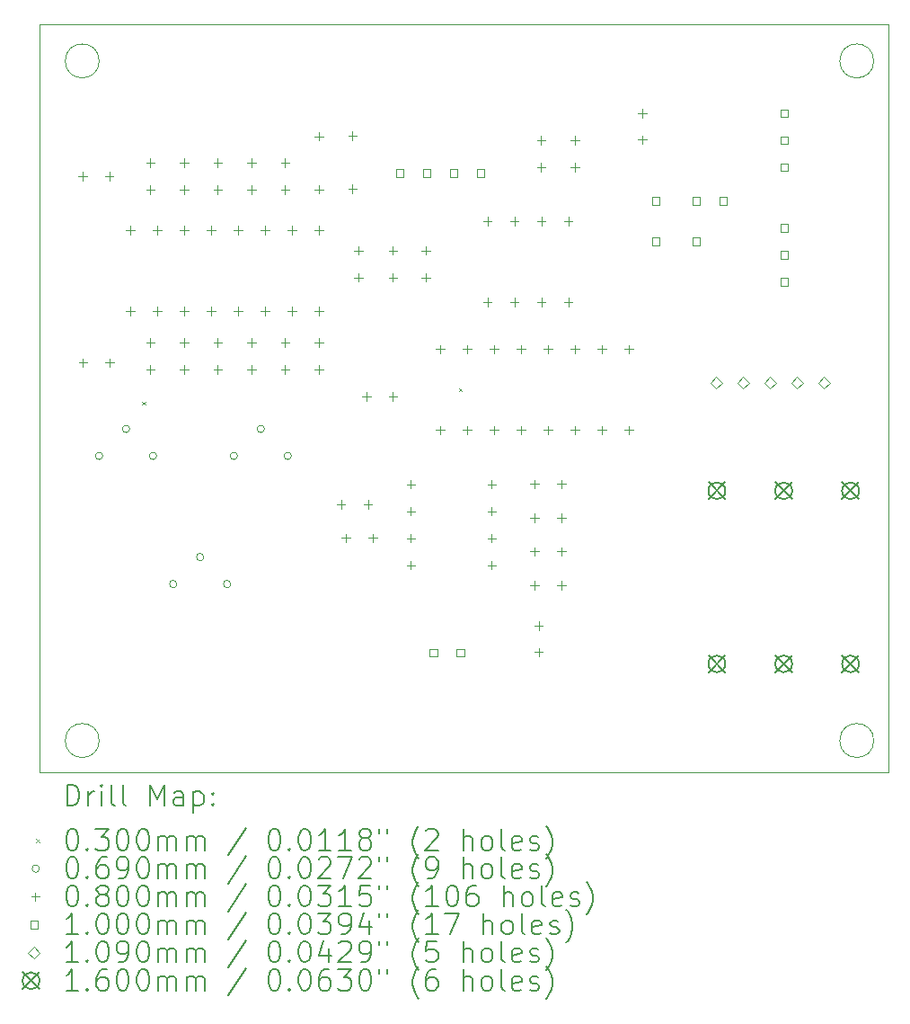
<source format=gbr>
%TF.GenerationSoftware,KiCad,Pcbnew,8.0.8*%
%TF.CreationDate,2025-02-24T17:06:38+09:00*%
%TF.ProjectId,LM13700_Overdrive,4c4d3133-3730-4305-9f4f-766572647269,rev?*%
%TF.SameCoordinates,Original*%
%TF.FileFunction,Drillmap*%
%TF.FilePolarity,Positive*%
%FSLAX45Y45*%
G04 Gerber Fmt 4.5, Leading zero omitted, Abs format (unit mm)*
G04 Created by KiCad (PCBNEW 8.0.8) date 2025-02-24 17:06:38*
%MOMM*%
%LPD*%
G01*
G04 APERTURE LIST*
%ADD10C,0.050000*%
%ADD11C,0.200000*%
%ADD12C,0.100000*%
%ADD13C,0.109000*%
%ADD14C,0.160000*%
G04 APERTURE END LIST*
D10*
X9360000Y-9400000D02*
G75*
G02*
X9040000Y-9400000I-160000J0D01*
G01*
X9040000Y-9400000D02*
G75*
G02*
X9360000Y-9400000I160000J0D01*
G01*
X16660000Y-9400000D02*
G75*
G02*
X16340000Y-9400000I-160000J0D01*
G01*
X16340000Y-9400000D02*
G75*
G02*
X16660000Y-9400000I160000J0D01*
G01*
X9360000Y-3000000D02*
G75*
G02*
X9040000Y-3000000I-160000J0D01*
G01*
X9040000Y-3000000D02*
G75*
G02*
X9360000Y-3000000I160000J0D01*
G01*
X16660000Y-3000000D02*
G75*
G02*
X16340000Y-3000000I-160000J0D01*
G01*
X16340000Y-3000000D02*
G75*
G02*
X16660000Y-3000000I160000J0D01*
G01*
X8800000Y-2653000D02*
X16800000Y-2653000D01*
X16800000Y-9700000D01*
X8800000Y-9700000D01*
X8800000Y-2653000D01*
D11*
D12*
X9764000Y-6208000D02*
X9794000Y-6238000D01*
X9794000Y-6208000D02*
X9764000Y-6238000D01*
X12748500Y-6081000D02*
X12778500Y-6111000D01*
X12778500Y-6081000D02*
X12748500Y-6111000D01*
X9392950Y-6720000D02*
G75*
G02*
X9323950Y-6720000I-34500J0D01*
G01*
X9323950Y-6720000D02*
G75*
G02*
X9392950Y-6720000I34500J0D01*
G01*
X9646950Y-6466000D02*
G75*
G02*
X9577950Y-6466000I-34500J0D01*
G01*
X9577950Y-6466000D02*
G75*
G02*
X9646950Y-6466000I34500J0D01*
G01*
X9900950Y-6720000D02*
G75*
G02*
X9831950Y-6720000I-34500J0D01*
G01*
X9831950Y-6720000D02*
G75*
G02*
X9900950Y-6720000I34500J0D01*
G01*
X10091450Y-7926500D02*
G75*
G02*
X10022450Y-7926500I-34500J0D01*
G01*
X10022450Y-7926500D02*
G75*
G02*
X10091450Y-7926500I34500J0D01*
G01*
X10345450Y-7672500D02*
G75*
G02*
X10276450Y-7672500I-34500J0D01*
G01*
X10276450Y-7672500D02*
G75*
G02*
X10345450Y-7672500I34500J0D01*
G01*
X10599450Y-7926500D02*
G75*
G02*
X10530450Y-7926500I-34500J0D01*
G01*
X10530450Y-7926500D02*
G75*
G02*
X10599450Y-7926500I34500J0D01*
G01*
X10662950Y-6720000D02*
G75*
G02*
X10593950Y-6720000I-34500J0D01*
G01*
X10593950Y-6720000D02*
G75*
G02*
X10662950Y-6720000I34500J0D01*
G01*
X10916950Y-6466000D02*
G75*
G02*
X10847950Y-6466000I-34500J0D01*
G01*
X10847950Y-6466000D02*
G75*
G02*
X10916950Y-6466000I34500J0D01*
G01*
X11170950Y-6720000D02*
G75*
G02*
X11101950Y-6720000I-34500J0D01*
G01*
X11101950Y-6720000D02*
G75*
G02*
X11170950Y-6720000I34500J0D01*
G01*
X9205010Y-4046500D02*
X9205010Y-4126500D01*
X9165010Y-4086500D02*
X9245010Y-4086500D01*
X9207500Y-5802000D02*
X9207500Y-5882000D01*
X9167500Y-5842000D02*
X9247500Y-5842000D01*
X9455010Y-4046500D02*
X9455010Y-4126500D01*
X9415010Y-4086500D02*
X9495010Y-4086500D01*
X9457500Y-5802000D02*
X9457500Y-5882000D01*
X9417500Y-5842000D02*
X9497500Y-5842000D01*
X9652000Y-4554500D02*
X9652000Y-4634500D01*
X9612000Y-4594500D02*
X9692000Y-4594500D01*
X9652000Y-5316500D02*
X9652000Y-5396500D01*
X9612000Y-5356500D02*
X9692000Y-5356500D01*
X9842500Y-3919500D02*
X9842500Y-3999500D01*
X9802500Y-3959500D02*
X9882500Y-3959500D01*
X9842500Y-4173500D02*
X9842500Y-4253500D01*
X9802500Y-4213500D02*
X9882500Y-4213500D01*
X9842500Y-5611500D02*
X9842500Y-5691500D01*
X9802500Y-5651500D02*
X9882500Y-5651500D01*
X9842500Y-5865500D02*
X9842500Y-5945500D01*
X9802500Y-5905500D02*
X9882500Y-5905500D01*
X9906000Y-4554500D02*
X9906000Y-4634500D01*
X9866000Y-4594500D02*
X9946000Y-4594500D01*
X9906000Y-5316500D02*
X9906000Y-5396500D01*
X9866000Y-5356500D02*
X9946000Y-5356500D01*
X10160000Y-3919500D02*
X10160000Y-3999500D01*
X10120000Y-3959500D02*
X10200000Y-3959500D01*
X10160000Y-4173500D02*
X10160000Y-4253500D01*
X10120000Y-4213500D02*
X10200000Y-4213500D01*
X10160000Y-4554500D02*
X10160000Y-4634500D01*
X10120000Y-4594500D02*
X10200000Y-4594500D01*
X10160000Y-5316500D02*
X10160000Y-5396500D01*
X10120000Y-5356500D02*
X10200000Y-5356500D01*
X10160000Y-5611500D02*
X10160000Y-5691500D01*
X10120000Y-5651500D02*
X10200000Y-5651500D01*
X10160000Y-5865500D02*
X10160000Y-5945500D01*
X10120000Y-5905500D02*
X10200000Y-5905500D01*
X10414000Y-4554500D02*
X10414000Y-4634500D01*
X10374000Y-4594500D02*
X10454000Y-4594500D01*
X10414000Y-5316500D02*
X10414000Y-5396500D01*
X10374000Y-5356500D02*
X10454000Y-5356500D01*
X10477500Y-3919500D02*
X10477500Y-3999500D01*
X10437500Y-3959500D02*
X10517500Y-3959500D01*
X10477500Y-4173500D02*
X10477500Y-4253500D01*
X10437500Y-4213500D02*
X10517500Y-4213500D01*
X10477500Y-5611500D02*
X10477500Y-5691500D01*
X10437500Y-5651500D02*
X10517500Y-5651500D01*
X10477500Y-5865500D02*
X10477500Y-5945500D01*
X10437500Y-5905500D02*
X10517500Y-5905500D01*
X10668000Y-4554500D02*
X10668000Y-4634500D01*
X10628000Y-4594500D02*
X10708000Y-4594500D01*
X10668000Y-5316500D02*
X10668000Y-5396500D01*
X10628000Y-5356500D02*
X10708000Y-5356500D01*
X10795000Y-3919500D02*
X10795000Y-3999500D01*
X10755000Y-3959500D02*
X10835000Y-3959500D01*
X10795000Y-4173500D02*
X10795000Y-4253500D01*
X10755000Y-4213500D02*
X10835000Y-4213500D01*
X10795000Y-5611500D02*
X10795000Y-5691500D01*
X10755000Y-5651500D02*
X10835000Y-5651500D01*
X10795000Y-5865500D02*
X10795000Y-5945500D01*
X10755000Y-5905500D02*
X10835000Y-5905500D01*
X10922000Y-4554500D02*
X10922000Y-4634500D01*
X10882000Y-4594500D02*
X10962000Y-4594500D01*
X10922000Y-5316500D02*
X10922000Y-5396500D01*
X10882000Y-5356500D02*
X10962000Y-5356500D01*
X11112500Y-3919500D02*
X11112500Y-3999500D01*
X11072500Y-3959500D02*
X11152500Y-3959500D01*
X11112500Y-4173500D02*
X11112500Y-4253500D01*
X11072500Y-4213500D02*
X11152500Y-4213500D01*
X11112500Y-5611500D02*
X11112500Y-5691500D01*
X11072500Y-5651500D02*
X11152500Y-5651500D01*
X11112500Y-5865500D02*
X11112500Y-5945500D01*
X11072500Y-5905500D02*
X11152500Y-5905500D01*
X11176000Y-4554500D02*
X11176000Y-4634500D01*
X11136000Y-4594500D02*
X11216000Y-4594500D01*
X11176000Y-5316500D02*
X11176000Y-5396500D01*
X11136000Y-5356500D02*
X11216000Y-5356500D01*
X11430000Y-3669500D02*
X11430000Y-3749500D01*
X11390000Y-3709500D02*
X11470000Y-3709500D01*
X11430000Y-4169500D02*
X11430000Y-4249500D01*
X11390000Y-4209500D02*
X11470000Y-4209500D01*
X11430000Y-4554500D02*
X11430000Y-4634500D01*
X11390000Y-4594500D02*
X11470000Y-4594500D01*
X11430000Y-5316500D02*
X11430000Y-5396500D01*
X11390000Y-5356500D02*
X11470000Y-5356500D01*
X11430000Y-5611500D02*
X11430000Y-5691500D01*
X11390000Y-5651500D02*
X11470000Y-5651500D01*
X11430000Y-5865500D02*
X11430000Y-5945500D01*
X11390000Y-5905500D02*
X11470000Y-5905500D01*
X11639000Y-7135500D02*
X11639000Y-7215500D01*
X11599000Y-7175500D02*
X11679000Y-7175500D01*
X11684000Y-7453000D02*
X11684000Y-7533000D01*
X11644000Y-7493000D02*
X11724000Y-7493000D01*
X11747500Y-3665500D02*
X11747500Y-3745500D01*
X11707500Y-3705500D02*
X11787500Y-3705500D01*
X11747500Y-4165500D02*
X11747500Y-4245500D01*
X11707500Y-4205500D02*
X11787500Y-4205500D01*
X11804510Y-4745000D02*
X11804510Y-4825000D01*
X11764510Y-4785000D02*
X11844510Y-4785000D01*
X11804510Y-4999000D02*
X11804510Y-5079000D01*
X11764510Y-5039000D02*
X11844510Y-5039000D01*
X11878500Y-6119500D02*
X11878500Y-6199500D01*
X11838500Y-6159500D02*
X11918500Y-6159500D01*
X11893000Y-7135500D02*
X11893000Y-7215500D01*
X11853000Y-7175500D02*
X11933000Y-7175500D01*
X11938000Y-7453000D02*
X11938000Y-7533000D01*
X11898000Y-7493000D02*
X11978000Y-7493000D01*
X12128500Y-4745000D02*
X12128500Y-4825000D01*
X12088500Y-4785000D02*
X12168500Y-4785000D01*
X12128500Y-4999000D02*
X12128500Y-5079000D01*
X12088500Y-5039000D02*
X12168500Y-5039000D01*
X12128500Y-6119500D02*
X12128500Y-6199500D01*
X12088500Y-6159500D02*
X12168500Y-6159500D01*
X12297500Y-6946000D02*
X12297500Y-7026000D01*
X12257500Y-6986000D02*
X12337500Y-6986000D01*
X12297500Y-7200000D02*
X12297500Y-7280000D01*
X12257500Y-7240000D02*
X12337500Y-7240000D01*
X12297500Y-7454000D02*
X12297500Y-7534000D01*
X12257500Y-7494000D02*
X12337500Y-7494000D01*
X12297500Y-7708000D02*
X12297500Y-7788000D01*
X12257500Y-7748000D02*
X12337500Y-7748000D01*
X12439510Y-4745000D02*
X12439510Y-4825000D01*
X12399510Y-4785000D02*
X12479510Y-4785000D01*
X12439510Y-4999000D02*
X12439510Y-5079000D01*
X12399510Y-5039000D02*
X12479510Y-5039000D01*
X12573000Y-5675000D02*
X12573000Y-5755000D01*
X12533000Y-5715000D02*
X12613000Y-5715000D01*
X12573000Y-6437000D02*
X12573000Y-6517000D01*
X12533000Y-6477000D02*
X12613000Y-6477000D01*
X12827000Y-5675000D02*
X12827000Y-5755000D01*
X12787000Y-5715000D02*
X12867000Y-5715000D01*
X12827000Y-6437000D02*
X12827000Y-6517000D01*
X12787000Y-6477000D02*
X12867000Y-6477000D01*
X13018500Y-4467500D02*
X13018500Y-4547500D01*
X12978500Y-4507500D02*
X13058500Y-4507500D01*
X13018500Y-5229500D02*
X13018500Y-5309500D01*
X12978500Y-5269500D02*
X13058500Y-5269500D01*
X13059500Y-6946000D02*
X13059500Y-7026000D01*
X13019500Y-6986000D02*
X13099500Y-6986000D01*
X13059500Y-7200000D02*
X13059500Y-7280000D01*
X13019500Y-7240000D02*
X13099500Y-7240000D01*
X13059500Y-7454000D02*
X13059500Y-7534000D01*
X13019500Y-7494000D02*
X13099500Y-7494000D01*
X13059500Y-7708000D02*
X13059500Y-7788000D01*
X13019500Y-7748000D02*
X13099500Y-7748000D01*
X13081000Y-5675000D02*
X13081000Y-5755000D01*
X13041000Y-5715000D02*
X13121000Y-5715000D01*
X13081000Y-6437000D02*
X13081000Y-6517000D01*
X13041000Y-6477000D02*
X13121000Y-6477000D01*
X13272500Y-4467500D02*
X13272500Y-4547500D01*
X13232500Y-4507500D02*
X13312500Y-4507500D01*
X13272500Y-5229500D02*
X13272500Y-5309500D01*
X13232500Y-5269500D02*
X13312500Y-5269500D01*
X13335000Y-5675000D02*
X13335000Y-5755000D01*
X13295000Y-5715000D02*
X13375000Y-5715000D01*
X13335000Y-6437000D02*
X13335000Y-6517000D01*
X13295000Y-6477000D02*
X13375000Y-6477000D01*
X13462000Y-6945000D02*
X13462000Y-7025000D01*
X13422000Y-6985000D02*
X13502000Y-6985000D01*
X13462000Y-7262500D02*
X13462000Y-7342500D01*
X13422000Y-7302500D02*
X13502000Y-7302500D01*
X13462000Y-7580000D02*
X13462000Y-7660000D01*
X13422000Y-7620000D02*
X13502000Y-7620000D01*
X13462000Y-7897500D02*
X13462000Y-7977500D01*
X13422000Y-7937500D02*
X13502000Y-7937500D01*
X13503000Y-8278500D02*
X13503000Y-8358500D01*
X13463000Y-8318500D02*
X13543000Y-8318500D01*
X13503000Y-8528500D02*
X13503000Y-8608500D01*
X13463000Y-8568500D02*
X13543000Y-8568500D01*
X13525500Y-3706500D02*
X13525500Y-3786500D01*
X13485500Y-3746500D02*
X13565500Y-3746500D01*
X13525500Y-3960500D02*
X13525500Y-4040500D01*
X13485500Y-4000500D02*
X13565500Y-4000500D01*
X13526500Y-4467500D02*
X13526500Y-4547500D01*
X13486500Y-4507500D02*
X13566500Y-4507500D01*
X13526500Y-5229500D02*
X13526500Y-5309500D01*
X13486500Y-5269500D02*
X13566500Y-5269500D01*
X13589000Y-5675000D02*
X13589000Y-5755000D01*
X13549000Y-5715000D02*
X13629000Y-5715000D01*
X13589000Y-6437000D02*
X13589000Y-6517000D01*
X13549000Y-6477000D02*
X13629000Y-6477000D01*
X13716000Y-6945000D02*
X13716000Y-7025000D01*
X13676000Y-6985000D02*
X13756000Y-6985000D01*
X13716000Y-7262500D02*
X13716000Y-7342500D01*
X13676000Y-7302500D02*
X13756000Y-7302500D01*
X13716000Y-7580000D02*
X13716000Y-7660000D01*
X13676000Y-7620000D02*
X13756000Y-7620000D01*
X13716000Y-7897500D02*
X13716000Y-7977500D01*
X13676000Y-7937500D02*
X13756000Y-7937500D01*
X13780500Y-4467500D02*
X13780500Y-4547500D01*
X13740500Y-4507500D02*
X13820500Y-4507500D01*
X13780500Y-5229500D02*
X13780500Y-5309500D01*
X13740500Y-5269500D02*
X13820500Y-5269500D01*
X13843000Y-3706500D02*
X13843000Y-3786500D01*
X13803000Y-3746500D02*
X13883000Y-3746500D01*
X13843000Y-3960500D02*
X13843000Y-4040500D01*
X13803000Y-4000500D02*
X13883000Y-4000500D01*
X13843000Y-5675000D02*
X13843000Y-5755000D01*
X13803000Y-5715000D02*
X13883000Y-5715000D01*
X13843000Y-6437000D02*
X13843000Y-6517000D01*
X13803000Y-6477000D02*
X13883000Y-6477000D01*
X14097000Y-5675000D02*
X14097000Y-5755000D01*
X14057000Y-5715000D02*
X14137000Y-5715000D01*
X14097000Y-6437000D02*
X14097000Y-6517000D01*
X14057000Y-6477000D02*
X14137000Y-6477000D01*
X14351000Y-5675000D02*
X14351000Y-5755000D01*
X14311000Y-5715000D02*
X14391000Y-5715000D01*
X14351000Y-6437000D02*
X14351000Y-6517000D01*
X14311000Y-6477000D02*
X14391000Y-6477000D01*
X14478500Y-3452500D02*
X14478500Y-3532500D01*
X14438500Y-3492500D02*
X14518500Y-3492500D01*
X14478500Y-3702500D02*
X14478500Y-3782500D01*
X14438500Y-3742500D02*
X14518500Y-3742500D01*
X12228356Y-4092356D02*
X12228356Y-4021644D01*
X12157644Y-4021644D01*
X12157644Y-4092356D01*
X12228356Y-4092356D01*
X12482356Y-4092356D02*
X12482356Y-4021644D01*
X12411644Y-4021644D01*
X12411644Y-4092356D01*
X12482356Y-4092356D01*
X12544856Y-8607856D02*
X12544856Y-8537144D01*
X12474144Y-8537144D01*
X12474144Y-8607856D01*
X12544856Y-8607856D01*
X12736356Y-4092356D02*
X12736356Y-4021644D01*
X12665644Y-4021644D01*
X12665644Y-4092356D01*
X12736356Y-4092356D01*
X12798856Y-8607856D02*
X12798856Y-8537144D01*
X12728144Y-8537144D01*
X12728144Y-8607856D01*
X12798856Y-8607856D01*
X12990356Y-4092356D02*
X12990356Y-4021644D01*
X12919644Y-4021644D01*
X12919644Y-4092356D01*
X12990356Y-4092356D01*
X14640356Y-4353356D02*
X14640356Y-4282644D01*
X14569644Y-4282644D01*
X14569644Y-4353356D01*
X14640356Y-4353356D01*
X14640356Y-4734356D02*
X14640356Y-4663644D01*
X14569644Y-4663644D01*
X14569644Y-4734356D01*
X14640356Y-4734356D01*
X15021356Y-4353356D02*
X15021356Y-4282644D01*
X14950644Y-4282644D01*
X14950644Y-4353356D01*
X15021356Y-4353356D01*
X15021856Y-4734356D02*
X15021856Y-4663644D01*
X14951144Y-4663644D01*
X14951144Y-4734356D01*
X15021856Y-4734356D01*
X15275356Y-4353356D02*
X15275356Y-4282644D01*
X15204644Y-4282644D01*
X15204644Y-4353356D01*
X15275356Y-4353356D01*
X15849856Y-3529356D02*
X15849856Y-3458644D01*
X15779144Y-3458644D01*
X15779144Y-3529356D01*
X15849856Y-3529356D01*
X15849856Y-3783356D02*
X15849856Y-3712644D01*
X15779144Y-3712644D01*
X15779144Y-3783356D01*
X15849856Y-3783356D01*
X15849856Y-4037356D02*
X15849856Y-3966644D01*
X15779144Y-3966644D01*
X15779144Y-4037356D01*
X15849856Y-4037356D01*
X15849856Y-4607356D02*
X15849856Y-4536644D01*
X15779144Y-4536644D01*
X15779144Y-4607356D01*
X15849856Y-4607356D01*
X15849856Y-4861356D02*
X15849856Y-4790644D01*
X15779144Y-4790644D01*
X15779144Y-4861356D01*
X15849856Y-4861356D01*
X15849856Y-5115356D02*
X15849856Y-5044644D01*
X15779144Y-5044644D01*
X15779144Y-5115356D01*
X15849856Y-5115356D01*
D13*
X15176500Y-6087000D02*
X15231000Y-6032500D01*
X15176500Y-5978000D01*
X15122000Y-6032500D01*
X15176500Y-6087000D01*
X15430500Y-6087000D02*
X15485000Y-6032500D01*
X15430500Y-5978000D01*
X15376000Y-6032500D01*
X15430500Y-6087000D01*
X15684500Y-6087000D02*
X15739000Y-6032500D01*
X15684500Y-5978000D01*
X15630000Y-6032500D01*
X15684500Y-6087000D01*
X15938500Y-6087000D02*
X15993000Y-6032500D01*
X15938500Y-5978000D01*
X15884000Y-6032500D01*
X15938500Y-6087000D01*
X16192500Y-6087000D02*
X16247000Y-6032500D01*
X16192500Y-5978000D01*
X16138000Y-6032500D01*
X16192500Y-6087000D01*
D14*
X15101500Y-6968500D02*
X15261500Y-7128500D01*
X15261500Y-6968500D02*
X15101500Y-7128500D01*
X15261500Y-7048500D02*
G75*
G02*
X15101500Y-7048500I-80000J0D01*
G01*
X15101500Y-7048500D02*
G75*
G02*
X15261500Y-7048500I80000J0D01*
G01*
X15101500Y-8598500D02*
X15261500Y-8758500D01*
X15261500Y-8598500D02*
X15101500Y-8758500D01*
X15261500Y-8678500D02*
G75*
G02*
X15101500Y-8678500I-80000J0D01*
G01*
X15101500Y-8678500D02*
G75*
G02*
X15261500Y-8678500I80000J0D01*
G01*
X15731500Y-6968500D02*
X15891500Y-7128500D01*
X15891500Y-6968500D02*
X15731500Y-7128500D01*
X15891500Y-7048500D02*
G75*
G02*
X15731500Y-7048500I-80000J0D01*
G01*
X15731500Y-7048500D02*
G75*
G02*
X15891500Y-7048500I80000J0D01*
G01*
X15731500Y-8598500D02*
X15891500Y-8758500D01*
X15891500Y-8598500D02*
X15731500Y-8758500D01*
X15891500Y-8678500D02*
G75*
G02*
X15731500Y-8678500I-80000J0D01*
G01*
X15731500Y-8678500D02*
G75*
G02*
X15891500Y-8678500I80000J0D01*
G01*
X16361500Y-6968500D02*
X16521500Y-7128500D01*
X16521500Y-6968500D02*
X16361500Y-7128500D01*
X16521500Y-7048500D02*
G75*
G02*
X16361500Y-7048500I-80000J0D01*
G01*
X16361500Y-7048500D02*
G75*
G02*
X16521500Y-7048500I80000J0D01*
G01*
X16361500Y-8598500D02*
X16521500Y-8758500D01*
X16521500Y-8598500D02*
X16361500Y-8758500D01*
X16521500Y-8678500D02*
G75*
G02*
X16361500Y-8678500I-80000J0D01*
G01*
X16361500Y-8678500D02*
G75*
G02*
X16521500Y-8678500I80000J0D01*
G01*
D11*
X9058277Y-10013984D02*
X9058277Y-9813984D01*
X9058277Y-9813984D02*
X9105896Y-9813984D01*
X9105896Y-9813984D02*
X9134467Y-9823508D01*
X9134467Y-9823508D02*
X9153515Y-9842555D01*
X9153515Y-9842555D02*
X9163039Y-9861603D01*
X9163039Y-9861603D02*
X9172563Y-9899698D01*
X9172563Y-9899698D02*
X9172563Y-9928270D01*
X9172563Y-9928270D02*
X9163039Y-9966365D01*
X9163039Y-9966365D02*
X9153515Y-9985412D01*
X9153515Y-9985412D02*
X9134467Y-10004460D01*
X9134467Y-10004460D02*
X9105896Y-10013984D01*
X9105896Y-10013984D02*
X9058277Y-10013984D01*
X9258277Y-10013984D02*
X9258277Y-9880650D01*
X9258277Y-9918746D02*
X9267801Y-9899698D01*
X9267801Y-9899698D02*
X9277324Y-9890174D01*
X9277324Y-9890174D02*
X9296372Y-9880650D01*
X9296372Y-9880650D02*
X9315420Y-9880650D01*
X9382086Y-10013984D02*
X9382086Y-9880650D01*
X9382086Y-9813984D02*
X9372563Y-9823508D01*
X9372563Y-9823508D02*
X9382086Y-9833031D01*
X9382086Y-9833031D02*
X9391610Y-9823508D01*
X9391610Y-9823508D02*
X9382086Y-9813984D01*
X9382086Y-9813984D02*
X9382086Y-9833031D01*
X9505896Y-10013984D02*
X9486848Y-10004460D01*
X9486848Y-10004460D02*
X9477324Y-9985412D01*
X9477324Y-9985412D02*
X9477324Y-9813984D01*
X9610658Y-10013984D02*
X9591610Y-10004460D01*
X9591610Y-10004460D02*
X9582086Y-9985412D01*
X9582086Y-9985412D02*
X9582086Y-9813984D01*
X9839229Y-10013984D02*
X9839229Y-9813984D01*
X9839229Y-9813984D02*
X9905896Y-9956841D01*
X9905896Y-9956841D02*
X9972563Y-9813984D01*
X9972563Y-9813984D02*
X9972563Y-10013984D01*
X10153515Y-10013984D02*
X10153515Y-9909222D01*
X10153515Y-9909222D02*
X10143991Y-9890174D01*
X10143991Y-9890174D02*
X10124944Y-9880650D01*
X10124944Y-9880650D02*
X10086848Y-9880650D01*
X10086848Y-9880650D02*
X10067801Y-9890174D01*
X10153515Y-10004460D02*
X10134467Y-10013984D01*
X10134467Y-10013984D02*
X10086848Y-10013984D01*
X10086848Y-10013984D02*
X10067801Y-10004460D01*
X10067801Y-10004460D02*
X10058277Y-9985412D01*
X10058277Y-9985412D02*
X10058277Y-9966365D01*
X10058277Y-9966365D02*
X10067801Y-9947317D01*
X10067801Y-9947317D02*
X10086848Y-9937793D01*
X10086848Y-9937793D02*
X10134467Y-9937793D01*
X10134467Y-9937793D02*
X10153515Y-9928270D01*
X10248753Y-9880650D02*
X10248753Y-10080650D01*
X10248753Y-9890174D02*
X10267801Y-9880650D01*
X10267801Y-9880650D02*
X10305896Y-9880650D01*
X10305896Y-9880650D02*
X10324944Y-9890174D01*
X10324944Y-9890174D02*
X10334467Y-9899698D01*
X10334467Y-9899698D02*
X10343991Y-9918746D01*
X10343991Y-9918746D02*
X10343991Y-9975889D01*
X10343991Y-9975889D02*
X10334467Y-9994936D01*
X10334467Y-9994936D02*
X10324944Y-10004460D01*
X10324944Y-10004460D02*
X10305896Y-10013984D01*
X10305896Y-10013984D02*
X10267801Y-10013984D01*
X10267801Y-10013984D02*
X10248753Y-10004460D01*
X10429705Y-9994936D02*
X10439229Y-10004460D01*
X10439229Y-10004460D02*
X10429705Y-10013984D01*
X10429705Y-10013984D02*
X10420182Y-10004460D01*
X10420182Y-10004460D02*
X10429705Y-9994936D01*
X10429705Y-9994936D02*
X10429705Y-10013984D01*
X10429705Y-9890174D02*
X10439229Y-9899698D01*
X10439229Y-9899698D02*
X10429705Y-9909222D01*
X10429705Y-9909222D02*
X10420182Y-9899698D01*
X10420182Y-9899698D02*
X10429705Y-9890174D01*
X10429705Y-9890174D02*
X10429705Y-9909222D01*
D12*
X8767500Y-10327500D02*
X8797500Y-10357500D01*
X8797500Y-10327500D02*
X8767500Y-10357500D01*
D11*
X9096372Y-10233984D02*
X9115420Y-10233984D01*
X9115420Y-10233984D02*
X9134467Y-10243508D01*
X9134467Y-10243508D02*
X9143991Y-10253031D01*
X9143991Y-10253031D02*
X9153515Y-10272079D01*
X9153515Y-10272079D02*
X9163039Y-10310174D01*
X9163039Y-10310174D02*
X9163039Y-10357793D01*
X9163039Y-10357793D02*
X9153515Y-10395889D01*
X9153515Y-10395889D02*
X9143991Y-10414936D01*
X9143991Y-10414936D02*
X9134467Y-10424460D01*
X9134467Y-10424460D02*
X9115420Y-10433984D01*
X9115420Y-10433984D02*
X9096372Y-10433984D01*
X9096372Y-10433984D02*
X9077324Y-10424460D01*
X9077324Y-10424460D02*
X9067801Y-10414936D01*
X9067801Y-10414936D02*
X9058277Y-10395889D01*
X9058277Y-10395889D02*
X9048753Y-10357793D01*
X9048753Y-10357793D02*
X9048753Y-10310174D01*
X9048753Y-10310174D02*
X9058277Y-10272079D01*
X9058277Y-10272079D02*
X9067801Y-10253031D01*
X9067801Y-10253031D02*
X9077324Y-10243508D01*
X9077324Y-10243508D02*
X9096372Y-10233984D01*
X9248753Y-10414936D02*
X9258277Y-10424460D01*
X9258277Y-10424460D02*
X9248753Y-10433984D01*
X9248753Y-10433984D02*
X9239229Y-10424460D01*
X9239229Y-10424460D02*
X9248753Y-10414936D01*
X9248753Y-10414936D02*
X9248753Y-10433984D01*
X9324944Y-10233984D02*
X9448753Y-10233984D01*
X9448753Y-10233984D02*
X9382086Y-10310174D01*
X9382086Y-10310174D02*
X9410658Y-10310174D01*
X9410658Y-10310174D02*
X9429705Y-10319698D01*
X9429705Y-10319698D02*
X9439229Y-10329222D01*
X9439229Y-10329222D02*
X9448753Y-10348270D01*
X9448753Y-10348270D02*
X9448753Y-10395889D01*
X9448753Y-10395889D02*
X9439229Y-10414936D01*
X9439229Y-10414936D02*
X9429705Y-10424460D01*
X9429705Y-10424460D02*
X9410658Y-10433984D01*
X9410658Y-10433984D02*
X9353515Y-10433984D01*
X9353515Y-10433984D02*
X9334467Y-10424460D01*
X9334467Y-10424460D02*
X9324944Y-10414936D01*
X9572563Y-10233984D02*
X9591610Y-10233984D01*
X9591610Y-10233984D02*
X9610658Y-10243508D01*
X9610658Y-10243508D02*
X9620182Y-10253031D01*
X9620182Y-10253031D02*
X9629705Y-10272079D01*
X9629705Y-10272079D02*
X9639229Y-10310174D01*
X9639229Y-10310174D02*
X9639229Y-10357793D01*
X9639229Y-10357793D02*
X9629705Y-10395889D01*
X9629705Y-10395889D02*
X9620182Y-10414936D01*
X9620182Y-10414936D02*
X9610658Y-10424460D01*
X9610658Y-10424460D02*
X9591610Y-10433984D01*
X9591610Y-10433984D02*
X9572563Y-10433984D01*
X9572563Y-10433984D02*
X9553515Y-10424460D01*
X9553515Y-10424460D02*
X9543991Y-10414936D01*
X9543991Y-10414936D02*
X9534467Y-10395889D01*
X9534467Y-10395889D02*
X9524944Y-10357793D01*
X9524944Y-10357793D02*
X9524944Y-10310174D01*
X9524944Y-10310174D02*
X9534467Y-10272079D01*
X9534467Y-10272079D02*
X9543991Y-10253031D01*
X9543991Y-10253031D02*
X9553515Y-10243508D01*
X9553515Y-10243508D02*
X9572563Y-10233984D01*
X9763039Y-10233984D02*
X9782086Y-10233984D01*
X9782086Y-10233984D02*
X9801134Y-10243508D01*
X9801134Y-10243508D02*
X9810658Y-10253031D01*
X9810658Y-10253031D02*
X9820182Y-10272079D01*
X9820182Y-10272079D02*
X9829705Y-10310174D01*
X9829705Y-10310174D02*
X9829705Y-10357793D01*
X9829705Y-10357793D02*
X9820182Y-10395889D01*
X9820182Y-10395889D02*
X9810658Y-10414936D01*
X9810658Y-10414936D02*
X9801134Y-10424460D01*
X9801134Y-10424460D02*
X9782086Y-10433984D01*
X9782086Y-10433984D02*
X9763039Y-10433984D01*
X9763039Y-10433984D02*
X9743991Y-10424460D01*
X9743991Y-10424460D02*
X9734467Y-10414936D01*
X9734467Y-10414936D02*
X9724944Y-10395889D01*
X9724944Y-10395889D02*
X9715420Y-10357793D01*
X9715420Y-10357793D02*
X9715420Y-10310174D01*
X9715420Y-10310174D02*
X9724944Y-10272079D01*
X9724944Y-10272079D02*
X9734467Y-10253031D01*
X9734467Y-10253031D02*
X9743991Y-10243508D01*
X9743991Y-10243508D02*
X9763039Y-10233984D01*
X9915420Y-10433984D02*
X9915420Y-10300650D01*
X9915420Y-10319698D02*
X9924944Y-10310174D01*
X9924944Y-10310174D02*
X9943991Y-10300650D01*
X9943991Y-10300650D02*
X9972563Y-10300650D01*
X9972563Y-10300650D02*
X9991610Y-10310174D01*
X9991610Y-10310174D02*
X10001134Y-10329222D01*
X10001134Y-10329222D02*
X10001134Y-10433984D01*
X10001134Y-10329222D02*
X10010658Y-10310174D01*
X10010658Y-10310174D02*
X10029705Y-10300650D01*
X10029705Y-10300650D02*
X10058277Y-10300650D01*
X10058277Y-10300650D02*
X10077325Y-10310174D01*
X10077325Y-10310174D02*
X10086848Y-10329222D01*
X10086848Y-10329222D02*
X10086848Y-10433984D01*
X10182086Y-10433984D02*
X10182086Y-10300650D01*
X10182086Y-10319698D02*
X10191610Y-10310174D01*
X10191610Y-10310174D02*
X10210658Y-10300650D01*
X10210658Y-10300650D02*
X10239229Y-10300650D01*
X10239229Y-10300650D02*
X10258277Y-10310174D01*
X10258277Y-10310174D02*
X10267801Y-10329222D01*
X10267801Y-10329222D02*
X10267801Y-10433984D01*
X10267801Y-10329222D02*
X10277325Y-10310174D01*
X10277325Y-10310174D02*
X10296372Y-10300650D01*
X10296372Y-10300650D02*
X10324944Y-10300650D01*
X10324944Y-10300650D02*
X10343991Y-10310174D01*
X10343991Y-10310174D02*
X10353515Y-10329222D01*
X10353515Y-10329222D02*
X10353515Y-10433984D01*
X10743991Y-10224460D02*
X10572563Y-10481603D01*
X11001134Y-10233984D02*
X11020182Y-10233984D01*
X11020182Y-10233984D02*
X11039229Y-10243508D01*
X11039229Y-10243508D02*
X11048753Y-10253031D01*
X11048753Y-10253031D02*
X11058277Y-10272079D01*
X11058277Y-10272079D02*
X11067801Y-10310174D01*
X11067801Y-10310174D02*
X11067801Y-10357793D01*
X11067801Y-10357793D02*
X11058277Y-10395889D01*
X11058277Y-10395889D02*
X11048753Y-10414936D01*
X11048753Y-10414936D02*
X11039229Y-10424460D01*
X11039229Y-10424460D02*
X11020182Y-10433984D01*
X11020182Y-10433984D02*
X11001134Y-10433984D01*
X11001134Y-10433984D02*
X10982087Y-10424460D01*
X10982087Y-10424460D02*
X10972563Y-10414936D01*
X10972563Y-10414936D02*
X10963039Y-10395889D01*
X10963039Y-10395889D02*
X10953515Y-10357793D01*
X10953515Y-10357793D02*
X10953515Y-10310174D01*
X10953515Y-10310174D02*
X10963039Y-10272079D01*
X10963039Y-10272079D02*
X10972563Y-10253031D01*
X10972563Y-10253031D02*
X10982087Y-10243508D01*
X10982087Y-10243508D02*
X11001134Y-10233984D01*
X11153515Y-10414936D02*
X11163039Y-10424460D01*
X11163039Y-10424460D02*
X11153515Y-10433984D01*
X11153515Y-10433984D02*
X11143991Y-10424460D01*
X11143991Y-10424460D02*
X11153515Y-10414936D01*
X11153515Y-10414936D02*
X11153515Y-10433984D01*
X11286848Y-10233984D02*
X11305896Y-10233984D01*
X11305896Y-10233984D02*
X11324944Y-10243508D01*
X11324944Y-10243508D02*
X11334467Y-10253031D01*
X11334467Y-10253031D02*
X11343991Y-10272079D01*
X11343991Y-10272079D02*
X11353515Y-10310174D01*
X11353515Y-10310174D02*
X11353515Y-10357793D01*
X11353515Y-10357793D02*
X11343991Y-10395889D01*
X11343991Y-10395889D02*
X11334467Y-10414936D01*
X11334467Y-10414936D02*
X11324944Y-10424460D01*
X11324944Y-10424460D02*
X11305896Y-10433984D01*
X11305896Y-10433984D02*
X11286848Y-10433984D01*
X11286848Y-10433984D02*
X11267801Y-10424460D01*
X11267801Y-10424460D02*
X11258277Y-10414936D01*
X11258277Y-10414936D02*
X11248753Y-10395889D01*
X11248753Y-10395889D02*
X11239229Y-10357793D01*
X11239229Y-10357793D02*
X11239229Y-10310174D01*
X11239229Y-10310174D02*
X11248753Y-10272079D01*
X11248753Y-10272079D02*
X11258277Y-10253031D01*
X11258277Y-10253031D02*
X11267801Y-10243508D01*
X11267801Y-10243508D02*
X11286848Y-10233984D01*
X11543991Y-10433984D02*
X11429706Y-10433984D01*
X11486848Y-10433984D02*
X11486848Y-10233984D01*
X11486848Y-10233984D02*
X11467801Y-10262555D01*
X11467801Y-10262555D02*
X11448753Y-10281603D01*
X11448753Y-10281603D02*
X11429706Y-10291127D01*
X11734467Y-10433984D02*
X11620182Y-10433984D01*
X11677325Y-10433984D02*
X11677325Y-10233984D01*
X11677325Y-10233984D02*
X11658277Y-10262555D01*
X11658277Y-10262555D02*
X11639229Y-10281603D01*
X11639229Y-10281603D02*
X11620182Y-10291127D01*
X11848753Y-10319698D02*
X11829706Y-10310174D01*
X11829706Y-10310174D02*
X11820182Y-10300650D01*
X11820182Y-10300650D02*
X11810658Y-10281603D01*
X11810658Y-10281603D02*
X11810658Y-10272079D01*
X11810658Y-10272079D02*
X11820182Y-10253031D01*
X11820182Y-10253031D02*
X11829706Y-10243508D01*
X11829706Y-10243508D02*
X11848753Y-10233984D01*
X11848753Y-10233984D02*
X11886848Y-10233984D01*
X11886848Y-10233984D02*
X11905896Y-10243508D01*
X11905896Y-10243508D02*
X11915420Y-10253031D01*
X11915420Y-10253031D02*
X11924944Y-10272079D01*
X11924944Y-10272079D02*
X11924944Y-10281603D01*
X11924944Y-10281603D02*
X11915420Y-10300650D01*
X11915420Y-10300650D02*
X11905896Y-10310174D01*
X11905896Y-10310174D02*
X11886848Y-10319698D01*
X11886848Y-10319698D02*
X11848753Y-10319698D01*
X11848753Y-10319698D02*
X11829706Y-10329222D01*
X11829706Y-10329222D02*
X11820182Y-10338746D01*
X11820182Y-10338746D02*
X11810658Y-10357793D01*
X11810658Y-10357793D02*
X11810658Y-10395889D01*
X11810658Y-10395889D02*
X11820182Y-10414936D01*
X11820182Y-10414936D02*
X11829706Y-10424460D01*
X11829706Y-10424460D02*
X11848753Y-10433984D01*
X11848753Y-10433984D02*
X11886848Y-10433984D01*
X11886848Y-10433984D02*
X11905896Y-10424460D01*
X11905896Y-10424460D02*
X11915420Y-10414936D01*
X11915420Y-10414936D02*
X11924944Y-10395889D01*
X11924944Y-10395889D02*
X11924944Y-10357793D01*
X11924944Y-10357793D02*
X11915420Y-10338746D01*
X11915420Y-10338746D02*
X11905896Y-10329222D01*
X11905896Y-10329222D02*
X11886848Y-10319698D01*
X12001134Y-10233984D02*
X12001134Y-10272079D01*
X12077325Y-10233984D02*
X12077325Y-10272079D01*
X12372563Y-10510174D02*
X12363039Y-10500650D01*
X12363039Y-10500650D02*
X12343991Y-10472079D01*
X12343991Y-10472079D02*
X12334468Y-10453031D01*
X12334468Y-10453031D02*
X12324944Y-10424460D01*
X12324944Y-10424460D02*
X12315420Y-10376841D01*
X12315420Y-10376841D02*
X12315420Y-10338746D01*
X12315420Y-10338746D02*
X12324944Y-10291127D01*
X12324944Y-10291127D02*
X12334468Y-10262555D01*
X12334468Y-10262555D02*
X12343991Y-10243508D01*
X12343991Y-10243508D02*
X12363039Y-10214936D01*
X12363039Y-10214936D02*
X12372563Y-10205412D01*
X12439229Y-10253031D02*
X12448753Y-10243508D01*
X12448753Y-10243508D02*
X12467801Y-10233984D01*
X12467801Y-10233984D02*
X12515420Y-10233984D01*
X12515420Y-10233984D02*
X12534468Y-10243508D01*
X12534468Y-10243508D02*
X12543991Y-10253031D01*
X12543991Y-10253031D02*
X12553515Y-10272079D01*
X12553515Y-10272079D02*
X12553515Y-10291127D01*
X12553515Y-10291127D02*
X12543991Y-10319698D01*
X12543991Y-10319698D02*
X12429706Y-10433984D01*
X12429706Y-10433984D02*
X12553515Y-10433984D01*
X12791610Y-10433984D02*
X12791610Y-10233984D01*
X12877325Y-10433984D02*
X12877325Y-10329222D01*
X12877325Y-10329222D02*
X12867801Y-10310174D01*
X12867801Y-10310174D02*
X12848753Y-10300650D01*
X12848753Y-10300650D02*
X12820182Y-10300650D01*
X12820182Y-10300650D02*
X12801134Y-10310174D01*
X12801134Y-10310174D02*
X12791610Y-10319698D01*
X13001134Y-10433984D02*
X12982087Y-10424460D01*
X12982087Y-10424460D02*
X12972563Y-10414936D01*
X12972563Y-10414936D02*
X12963039Y-10395889D01*
X12963039Y-10395889D02*
X12963039Y-10338746D01*
X12963039Y-10338746D02*
X12972563Y-10319698D01*
X12972563Y-10319698D02*
X12982087Y-10310174D01*
X12982087Y-10310174D02*
X13001134Y-10300650D01*
X13001134Y-10300650D02*
X13029706Y-10300650D01*
X13029706Y-10300650D02*
X13048753Y-10310174D01*
X13048753Y-10310174D02*
X13058277Y-10319698D01*
X13058277Y-10319698D02*
X13067801Y-10338746D01*
X13067801Y-10338746D02*
X13067801Y-10395889D01*
X13067801Y-10395889D02*
X13058277Y-10414936D01*
X13058277Y-10414936D02*
X13048753Y-10424460D01*
X13048753Y-10424460D02*
X13029706Y-10433984D01*
X13029706Y-10433984D02*
X13001134Y-10433984D01*
X13182087Y-10433984D02*
X13163039Y-10424460D01*
X13163039Y-10424460D02*
X13153515Y-10405412D01*
X13153515Y-10405412D02*
X13153515Y-10233984D01*
X13334468Y-10424460D02*
X13315420Y-10433984D01*
X13315420Y-10433984D02*
X13277325Y-10433984D01*
X13277325Y-10433984D02*
X13258277Y-10424460D01*
X13258277Y-10424460D02*
X13248753Y-10405412D01*
X13248753Y-10405412D02*
X13248753Y-10329222D01*
X13248753Y-10329222D02*
X13258277Y-10310174D01*
X13258277Y-10310174D02*
X13277325Y-10300650D01*
X13277325Y-10300650D02*
X13315420Y-10300650D01*
X13315420Y-10300650D02*
X13334468Y-10310174D01*
X13334468Y-10310174D02*
X13343991Y-10329222D01*
X13343991Y-10329222D02*
X13343991Y-10348270D01*
X13343991Y-10348270D02*
X13248753Y-10367317D01*
X13420182Y-10424460D02*
X13439230Y-10433984D01*
X13439230Y-10433984D02*
X13477325Y-10433984D01*
X13477325Y-10433984D02*
X13496372Y-10424460D01*
X13496372Y-10424460D02*
X13505896Y-10405412D01*
X13505896Y-10405412D02*
X13505896Y-10395889D01*
X13505896Y-10395889D02*
X13496372Y-10376841D01*
X13496372Y-10376841D02*
X13477325Y-10367317D01*
X13477325Y-10367317D02*
X13448753Y-10367317D01*
X13448753Y-10367317D02*
X13429706Y-10357793D01*
X13429706Y-10357793D02*
X13420182Y-10338746D01*
X13420182Y-10338746D02*
X13420182Y-10329222D01*
X13420182Y-10329222D02*
X13429706Y-10310174D01*
X13429706Y-10310174D02*
X13448753Y-10300650D01*
X13448753Y-10300650D02*
X13477325Y-10300650D01*
X13477325Y-10300650D02*
X13496372Y-10310174D01*
X13572563Y-10510174D02*
X13582087Y-10500650D01*
X13582087Y-10500650D02*
X13601134Y-10472079D01*
X13601134Y-10472079D02*
X13610658Y-10453031D01*
X13610658Y-10453031D02*
X13620182Y-10424460D01*
X13620182Y-10424460D02*
X13629706Y-10376841D01*
X13629706Y-10376841D02*
X13629706Y-10338746D01*
X13629706Y-10338746D02*
X13620182Y-10291127D01*
X13620182Y-10291127D02*
X13610658Y-10262555D01*
X13610658Y-10262555D02*
X13601134Y-10243508D01*
X13601134Y-10243508D02*
X13582087Y-10214936D01*
X13582087Y-10214936D02*
X13572563Y-10205412D01*
D12*
X8797500Y-10606500D02*
G75*
G02*
X8728500Y-10606500I-34500J0D01*
G01*
X8728500Y-10606500D02*
G75*
G02*
X8797500Y-10606500I34500J0D01*
G01*
D11*
X9096372Y-10497984D02*
X9115420Y-10497984D01*
X9115420Y-10497984D02*
X9134467Y-10507508D01*
X9134467Y-10507508D02*
X9143991Y-10517031D01*
X9143991Y-10517031D02*
X9153515Y-10536079D01*
X9153515Y-10536079D02*
X9163039Y-10574174D01*
X9163039Y-10574174D02*
X9163039Y-10621793D01*
X9163039Y-10621793D02*
X9153515Y-10659889D01*
X9153515Y-10659889D02*
X9143991Y-10678936D01*
X9143991Y-10678936D02*
X9134467Y-10688460D01*
X9134467Y-10688460D02*
X9115420Y-10697984D01*
X9115420Y-10697984D02*
X9096372Y-10697984D01*
X9096372Y-10697984D02*
X9077324Y-10688460D01*
X9077324Y-10688460D02*
X9067801Y-10678936D01*
X9067801Y-10678936D02*
X9058277Y-10659889D01*
X9058277Y-10659889D02*
X9048753Y-10621793D01*
X9048753Y-10621793D02*
X9048753Y-10574174D01*
X9048753Y-10574174D02*
X9058277Y-10536079D01*
X9058277Y-10536079D02*
X9067801Y-10517031D01*
X9067801Y-10517031D02*
X9077324Y-10507508D01*
X9077324Y-10507508D02*
X9096372Y-10497984D01*
X9248753Y-10678936D02*
X9258277Y-10688460D01*
X9258277Y-10688460D02*
X9248753Y-10697984D01*
X9248753Y-10697984D02*
X9239229Y-10688460D01*
X9239229Y-10688460D02*
X9248753Y-10678936D01*
X9248753Y-10678936D02*
X9248753Y-10697984D01*
X9429705Y-10497984D02*
X9391610Y-10497984D01*
X9391610Y-10497984D02*
X9372563Y-10507508D01*
X9372563Y-10507508D02*
X9363039Y-10517031D01*
X9363039Y-10517031D02*
X9343991Y-10545603D01*
X9343991Y-10545603D02*
X9334467Y-10583698D01*
X9334467Y-10583698D02*
X9334467Y-10659889D01*
X9334467Y-10659889D02*
X9343991Y-10678936D01*
X9343991Y-10678936D02*
X9353515Y-10688460D01*
X9353515Y-10688460D02*
X9372563Y-10697984D01*
X9372563Y-10697984D02*
X9410658Y-10697984D01*
X9410658Y-10697984D02*
X9429705Y-10688460D01*
X9429705Y-10688460D02*
X9439229Y-10678936D01*
X9439229Y-10678936D02*
X9448753Y-10659889D01*
X9448753Y-10659889D02*
X9448753Y-10612270D01*
X9448753Y-10612270D02*
X9439229Y-10593222D01*
X9439229Y-10593222D02*
X9429705Y-10583698D01*
X9429705Y-10583698D02*
X9410658Y-10574174D01*
X9410658Y-10574174D02*
X9372563Y-10574174D01*
X9372563Y-10574174D02*
X9353515Y-10583698D01*
X9353515Y-10583698D02*
X9343991Y-10593222D01*
X9343991Y-10593222D02*
X9334467Y-10612270D01*
X9543991Y-10697984D02*
X9582086Y-10697984D01*
X9582086Y-10697984D02*
X9601134Y-10688460D01*
X9601134Y-10688460D02*
X9610658Y-10678936D01*
X9610658Y-10678936D02*
X9629705Y-10650365D01*
X9629705Y-10650365D02*
X9639229Y-10612270D01*
X9639229Y-10612270D02*
X9639229Y-10536079D01*
X9639229Y-10536079D02*
X9629705Y-10517031D01*
X9629705Y-10517031D02*
X9620182Y-10507508D01*
X9620182Y-10507508D02*
X9601134Y-10497984D01*
X9601134Y-10497984D02*
X9563039Y-10497984D01*
X9563039Y-10497984D02*
X9543991Y-10507508D01*
X9543991Y-10507508D02*
X9534467Y-10517031D01*
X9534467Y-10517031D02*
X9524944Y-10536079D01*
X9524944Y-10536079D02*
X9524944Y-10583698D01*
X9524944Y-10583698D02*
X9534467Y-10602746D01*
X9534467Y-10602746D02*
X9543991Y-10612270D01*
X9543991Y-10612270D02*
X9563039Y-10621793D01*
X9563039Y-10621793D02*
X9601134Y-10621793D01*
X9601134Y-10621793D02*
X9620182Y-10612270D01*
X9620182Y-10612270D02*
X9629705Y-10602746D01*
X9629705Y-10602746D02*
X9639229Y-10583698D01*
X9763039Y-10497984D02*
X9782086Y-10497984D01*
X9782086Y-10497984D02*
X9801134Y-10507508D01*
X9801134Y-10507508D02*
X9810658Y-10517031D01*
X9810658Y-10517031D02*
X9820182Y-10536079D01*
X9820182Y-10536079D02*
X9829705Y-10574174D01*
X9829705Y-10574174D02*
X9829705Y-10621793D01*
X9829705Y-10621793D02*
X9820182Y-10659889D01*
X9820182Y-10659889D02*
X9810658Y-10678936D01*
X9810658Y-10678936D02*
X9801134Y-10688460D01*
X9801134Y-10688460D02*
X9782086Y-10697984D01*
X9782086Y-10697984D02*
X9763039Y-10697984D01*
X9763039Y-10697984D02*
X9743991Y-10688460D01*
X9743991Y-10688460D02*
X9734467Y-10678936D01*
X9734467Y-10678936D02*
X9724944Y-10659889D01*
X9724944Y-10659889D02*
X9715420Y-10621793D01*
X9715420Y-10621793D02*
X9715420Y-10574174D01*
X9715420Y-10574174D02*
X9724944Y-10536079D01*
X9724944Y-10536079D02*
X9734467Y-10517031D01*
X9734467Y-10517031D02*
X9743991Y-10507508D01*
X9743991Y-10507508D02*
X9763039Y-10497984D01*
X9915420Y-10697984D02*
X9915420Y-10564650D01*
X9915420Y-10583698D02*
X9924944Y-10574174D01*
X9924944Y-10574174D02*
X9943991Y-10564650D01*
X9943991Y-10564650D02*
X9972563Y-10564650D01*
X9972563Y-10564650D02*
X9991610Y-10574174D01*
X9991610Y-10574174D02*
X10001134Y-10593222D01*
X10001134Y-10593222D02*
X10001134Y-10697984D01*
X10001134Y-10593222D02*
X10010658Y-10574174D01*
X10010658Y-10574174D02*
X10029705Y-10564650D01*
X10029705Y-10564650D02*
X10058277Y-10564650D01*
X10058277Y-10564650D02*
X10077325Y-10574174D01*
X10077325Y-10574174D02*
X10086848Y-10593222D01*
X10086848Y-10593222D02*
X10086848Y-10697984D01*
X10182086Y-10697984D02*
X10182086Y-10564650D01*
X10182086Y-10583698D02*
X10191610Y-10574174D01*
X10191610Y-10574174D02*
X10210658Y-10564650D01*
X10210658Y-10564650D02*
X10239229Y-10564650D01*
X10239229Y-10564650D02*
X10258277Y-10574174D01*
X10258277Y-10574174D02*
X10267801Y-10593222D01*
X10267801Y-10593222D02*
X10267801Y-10697984D01*
X10267801Y-10593222D02*
X10277325Y-10574174D01*
X10277325Y-10574174D02*
X10296372Y-10564650D01*
X10296372Y-10564650D02*
X10324944Y-10564650D01*
X10324944Y-10564650D02*
X10343991Y-10574174D01*
X10343991Y-10574174D02*
X10353515Y-10593222D01*
X10353515Y-10593222D02*
X10353515Y-10697984D01*
X10743991Y-10488460D02*
X10572563Y-10745603D01*
X11001134Y-10497984D02*
X11020182Y-10497984D01*
X11020182Y-10497984D02*
X11039229Y-10507508D01*
X11039229Y-10507508D02*
X11048753Y-10517031D01*
X11048753Y-10517031D02*
X11058277Y-10536079D01*
X11058277Y-10536079D02*
X11067801Y-10574174D01*
X11067801Y-10574174D02*
X11067801Y-10621793D01*
X11067801Y-10621793D02*
X11058277Y-10659889D01*
X11058277Y-10659889D02*
X11048753Y-10678936D01*
X11048753Y-10678936D02*
X11039229Y-10688460D01*
X11039229Y-10688460D02*
X11020182Y-10697984D01*
X11020182Y-10697984D02*
X11001134Y-10697984D01*
X11001134Y-10697984D02*
X10982087Y-10688460D01*
X10982087Y-10688460D02*
X10972563Y-10678936D01*
X10972563Y-10678936D02*
X10963039Y-10659889D01*
X10963039Y-10659889D02*
X10953515Y-10621793D01*
X10953515Y-10621793D02*
X10953515Y-10574174D01*
X10953515Y-10574174D02*
X10963039Y-10536079D01*
X10963039Y-10536079D02*
X10972563Y-10517031D01*
X10972563Y-10517031D02*
X10982087Y-10507508D01*
X10982087Y-10507508D02*
X11001134Y-10497984D01*
X11153515Y-10678936D02*
X11163039Y-10688460D01*
X11163039Y-10688460D02*
X11153515Y-10697984D01*
X11153515Y-10697984D02*
X11143991Y-10688460D01*
X11143991Y-10688460D02*
X11153515Y-10678936D01*
X11153515Y-10678936D02*
X11153515Y-10697984D01*
X11286848Y-10497984D02*
X11305896Y-10497984D01*
X11305896Y-10497984D02*
X11324944Y-10507508D01*
X11324944Y-10507508D02*
X11334467Y-10517031D01*
X11334467Y-10517031D02*
X11343991Y-10536079D01*
X11343991Y-10536079D02*
X11353515Y-10574174D01*
X11353515Y-10574174D02*
X11353515Y-10621793D01*
X11353515Y-10621793D02*
X11343991Y-10659889D01*
X11343991Y-10659889D02*
X11334467Y-10678936D01*
X11334467Y-10678936D02*
X11324944Y-10688460D01*
X11324944Y-10688460D02*
X11305896Y-10697984D01*
X11305896Y-10697984D02*
X11286848Y-10697984D01*
X11286848Y-10697984D02*
X11267801Y-10688460D01*
X11267801Y-10688460D02*
X11258277Y-10678936D01*
X11258277Y-10678936D02*
X11248753Y-10659889D01*
X11248753Y-10659889D02*
X11239229Y-10621793D01*
X11239229Y-10621793D02*
X11239229Y-10574174D01*
X11239229Y-10574174D02*
X11248753Y-10536079D01*
X11248753Y-10536079D02*
X11258277Y-10517031D01*
X11258277Y-10517031D02*
X11267801Y-10507508D01*
X11267801Y-10507508D02*
X11286848Y-10497984D01*
X11429706Y-10517031D02*
X11439229Y-10507508D01*
X11439229Y-10507508D02*
X11458277Y-10497984D01*
X11458277Y-10497984D02*
X11505896Y-10497984D01*
X11505896Y-10497984D02*
X11524944Y-10507508D01*
X11524944Y-10507508D02*
X11534467Y-10517031D01*
X11534467Y-10517031D02*
X11543991Y-10536079D01*
X11543991Y-10536079D02*
X11543991Y-10555127D01*
X11543991Y-10555127D02*
X11534467Y-10583698D01*
X11534467Y-10583698D02*
X11420182Y-10697984D01*
X11420182Y-10697984D02*
X11543991Y-10697984D01*
X11610658Y-10497984D02*
X11743991Y-10497984D01*
X11743991Y-10497984D02*
X11658277Y-10697984D01*
X11810658Y-10517031D02*
X11820182Y-10507508D01*
X11820182Y-10507508D02*
X11839229Y-10497984D01*
X11839229Y-10497984D02*
X11886848Y-10497984D01*
X11886848Y-10497984D02*
X11905896Y-10507508D01*
X11905896Y-10507508D02*
X11915420Y-10517031D01*
X11915420Y-10517031D02*
X11924944Y-10536079D01*
X11924944Y-10536079D02*
X11924944Y-10555127D01*
X11924944Y-10555127D02*
X11915420Y-10583698D01*
X11915420Y-10583698D02*
X11801134Y-10697984D01*
X11801134Y-10697984D02*
X11924944Y-10697984D01*
X12001134Y-10497984D02*
X12001134Y-10536079D01*
X12077325Y-10497984D02*
X12077325Y-10536079D01*
X12372563Y-10774174D02*
X12363039Y-10764650D01*
X12363039Y-10764650D02*
X12343991Y-10736079D01*
X12343991Y-10736079D02*
X12334468Y-10717031D01*
X12334468Y-10717031D02*
X12324944Y-10688460D01*
X12324944Y-10688460D02*
X12315420Y-10640841D01*
X12315420Y-10640841D02*
X12315420Y-10602746D01*
X12315420Y-10602746D02*
X12324944Y-10555127D01*
X12324944Y-10555127D02*
X12334468Y-10526555D01*
X12334468Y-10526555D02*
X12343991Y-10507508D01*
X12343991Y-10507508D02*
X12363039Y-10478936D01*
X12363039Y-10478936D02*
X12372563Y-10469412D01*
X12458277Y-10697984D02*
X12496372Y-10697984D01*
X12496372Y-10697984D02*
X12515420Y-10688460D01*
X12515420Y-10688460D02*
X12524944Y-10678936D01*
X12524944Y-10678936D02*
X12543991Y-10650365D01*
X12543991Y-10650365D02*
X12553515Y-10612270D01*
X12553515Y-10612270D02*
X12553515Y-10536079D01*
X12553515Y-10536079D02*
X12543991Y-10517031D01*
X12543991Y-10517031D02*
X12534468Y-10507508D01*
X12534468Y-10507508D02*
X12515420Y-10497984D01*
X12515420Y-10497984D02*
X12477325Y-10497984D01*
X12477325Y-10497984D02*
X12458277Y-10507508D01*
X12458277Y-10507508D02*
X12448753Y-10517031D01*
X12448753Y-10517031D02*
X12439229Y-10536079D01*
X12439229Y-10536079D02*
X12439229Y-10583698D01*
X12439229Y-10583698D02*
X12448753Y-10602746D01*
X12448753Y-10602746D02*
X12458277Y-10612270D01*
X12458277Y-10612270D02*
X12477325Y-10621793D01*
X12477325Y-10621793D02*
X12515420Y-10621793D01*
X12515420Y-10621793D02*
X12534468Y-10612270D01*
X12534468Y-10612270D02*
X12543991Y-10602746D01*
X12543991Y-10602746D02*
X12553515Y-10583698D01*
X12791610Y-10697984D02*
X12791610Y-10497984D01*
X12877325Y-10697984D02*
X12877325Y-10593222D01*
X12877325Y-10593222D02*
X12867801Y-10574174D01*
X12867801Y-10574174D02*
X12848753Y-10564650D01*
X12848753Y-10564650D02*
X12820182Y-10564650D01*
X12820182Y-10564650D02*
X12801134Y-10574174D01*
X12801134Y-10574174D02*
X12791610Y-10583698D01*
X13001134Y-10697984D02*
X12982087Y-10688460D01*
X12982087Y-10688460D02*
X12972563Y-10678936D01*
X12972563Y-10678936D02*
X12963039Y-10659889D01*
X12963039Y-10659889D02*
X12963039Y-10602746D01*
X12963039Y-10602746D02*
X12972563Y-10583698D01*
X12972563Y-10583698D02*
X12982087Y-10574174D01*
X12982087Y-10574174D02*
X13001134Y-10564650D01*
X13001134Y-10564650D02*
X13029706Y-10564650D01*
X13029706Y-10564650D02*
X13048753Y-10574174D01*
X13048753Y-10574174D02*
X13058277Y-10583698D01*
X13058277Y-10583698D02*
X13067801Y-10602746D01*
X13067801Y-10602746D02*
X13067801Y-10659889D01*
X13067801Y-10659889D02*
X13058277Y-10678936D01*
X13058277Y-10678936D02*
X13048753Y-10688460D01*
X13048753Y-10688460D02*
X13029706Y-10697984D01*
X13029706Y-10697984D02*
X13001134Y-10697984D01*
X13182087Y-10697984D02*
X13163039Y-10688460D01*
X13163039Y-10688460D02*
X13153515Y-10669412D01*
X13153515Y-10669412D02*
X13153515Y-10497984D01*
X13334468Y-10688460D02*
X13315420Y-10697984D01*
X13315420Y-10697984D02*
X13277325Y-10697984D01*
X13277325Y-10697984D02*
X13258277Y-10688460D01*
X13258277Y-10688460D02*
X13248753Y-10669412D01*
X13248753Y-10669412D02*
X13248753Y-10593222D01*
X13248753Y-10593222D02*
X13258277Y-10574174D01*
X13258277Y-10574174D02*
X13277325Y-10564650D01*
X13277325Y-10564650D02*
X13315420Y-10564650D01*
X13315420Y-10564650D02*
X13334468Y-10574174D01*
X13334468Y-10574174D02*
X13343991Y-10593222D01*
X13343991Y-10593222D02*
X13343991Y-10612270D01*
X13343991Y-10612270D02*
X13248753Y-10631317D01*
X13420182Y-10688460D02*
X13439230Y-10697984D01*
X13439230Y-10697984D02*
X13477325Y-10697984D01*
X13477325Y-10697984D02*
X13496372Y-10688460D01*
X13496372Y-10688460D02*
X13505896Y-10669412D01*
X13505896Y-10669412D02*
X13505896Y-10659889D01*
X13505896Y-10659889D02*
X13496372Y-10640841D01*
X13496372Y-10640841D02*
X13477325Y-10631317D01*
X13477325Y-10631317D02*
X13448753Y-10631317D01*
X13448753Y-10631317D02*
X13429706Y-10621793D01*
X13429706Y-10621793D02*
X13420182Y-10602746D01*
X13420182Y-10602746D02*
X13420182Y-10593222D01*
X13420182Y-10593222D02*
X13429706Y-10574174D01*
X13429706Y-10574174D02*
X13448753Y-10564650D01*
X13448753Y-10564650D02*
X13477325Y-10564650D01*
X13477325Y-10564650D02*
X13496372Y-10574174D01*
X13572563Y-10774174D02*
X13582087Y-10764650D01*
X13582087Y-10764650D02*
X13601134Y-10736079D01*
X13601134Y-10736079D02*
X13610658Y-10717031D01*
X13610658Y-10717031D02*
X13620182Y-10688460D01*
X13620182Y-10688460D02*
X13629706Y-10640841D01*
X13629706Y-10640841D02*
X13629706Y-10602746D01*
X13629706Y-10602746D02*
X13620182Y-10555127D01*
X13620182Y-10555127D02*
X13610658Y-10526555D01*
X13610658Y-10526555D02*
X13601134Y-10507508D01*
X13601134Y-10507508D02*
X13582087Y-10478936D01*
X13582087Y-10478936D02*
X13572563Y-10469412D01*
D12*
X8757500Y-10830500D02*
X8757500Y-10910500D01*
X8717500Y-10870500D02*
X8797500Y-10870500D01*
D11*
X9096372Y-10761984D02*
X9115420Y-10761984D01*
X9115420Y-10761984D02*
X9134467Y-10771508D01*
X9134467Y-10771508D02*
X9143991Y-10781031D01*
X9143991Y-10781031D02*
X9153515Y-10800079D01*
X9153515Y-10800079D02*
X9163039Y-10838174D01*
X9163039Y-10838174D02*
X9163039Y-10885793D01*
X9163039Y-10885793D02*
X9153515Y-10923889D01*
X9153515Y-10923889D02*
X9143991Y-10942936D01*
X9143991Y-10942936D02*
X9134467Y-10952460D01*
X9134467Y-10952460D02*
X9115420Y-10961984D01*
X9115420Y-10961984D02*
X9096372Y-10961984D01*
X9096372Y-10961984D02*
X9077324Y-10952460D01*
X9077324Y-10952460D02*
X9067801Y-10942936D01*
X9067801Y-10942936D02*
X9058277Y-10923889D01*
X9058277Y-10923889D02*
X9048753Y-10885793D01*
X9048753Y-10885793D02*
X9048753Y-10838174D01*
X9048753Y-10838174D02*
X9058277Y-10800079D01*
X9058277Y-10800079D02*
X9067801Y-10781031D01*
X9067801Y-10781031D02*
X9077324Y-10771508D01*
X9077324Y-10771508D02*
X9096372Y-10761984D01*
X9248753Y-10942936D02*
X9258277Y-10952460D01*
X9258277Y-10952460D02*
X9248753Y-10961984D01*
X9248753Y-10961984D02*
X9239229Y-10952460D01*
X9239229Y-10952460D02*
X9248753Y-10942936D01*
X9248753Y-10942936D02*
X9248753Y-10961984D01*
X9372563Y-10847698D02*
X9353515Y-10838174D01*
X9353515Y-10838174D02*
X9343991Y-10828650D01*
X9343991Y-10828650D02*
X9334467Y-10809603D01*
X9334467Y-10809603D02*
X9334467Y-10800079D01*
X9334467Y-10800079D02*
X9343991Y-10781031D01*
X9343991Y-10781031D02*
X9353515Y-10771508D01*
X9353515Y-10771508D02*
X9372563Y-10761984D01*
X9372563Y-10761984D02*
X9410658Y-10761984D01*
X9410658Y-10761984D02*
X9429705Y-10771508D01*
X9429705Y-10771508D02*
X9439229Y-10781031D01*
X9439229Y-10781031D02*
X9448753Y-10800079D01*
X9448753Y-10800079D02*
X9448753Y-10809603D01*
X9448753Y-10809603D02*
X9439229Y-10828650D01*
X9439229Y-10828650D02*
X9429705Y-10838174D01*
X9429705Y-10838174D02*
X9410658Y-10847698D01*
X9410658Y-10847698D02*
X9372563Y-10847698D01*
X9372563Y-10847698D02*
X9353515Y-10857222D01*
X9353515Y-10857222D02*
X9343991Y-10866746D01*
X9343991Y-10866746D02*
X9334467Y-10885793D01*
X9334467Y-10885793D02*
X9334467Y-10923889D01*
X9334467Y-10923889D02*
X9343991Y-10942936D01*
X9343991Y-10942936D02*
X9353515Y-10952460D01*
X9353515Y-10952460D02*
X9372563Y-10961984D01*
X9372563Y-10961984D02*
X9410658Y-10961984D01*
X9410658Y-10961984D02*
X9429705Y-10952460D01*
X9429705Y-10952460D02*
X9439229Y-10942936D01*
X9439229Y-10942936D02*
X9448753Y-10923889D01*
X9448753Y-10923889D02*
X9448753Y-10885793D01*
X9448753Y-10885793D02*
X9439229Y-10866746D01*
X9439229Y-10866746D02*
X9429705Y-10857222D01*
X9429705Y-10857222D02*
X9410658Y-10847698D01*
X9572563Y-10761984D02*
X9591610Y-10761984D01*
X9591610Y-10761984D02*
X9610658Y-10771508D01*
X9610658Y-10771508D02*
X9620182Y-10781031D01*
X9620182Y-10781031D02*
X9629705Y-10800079D01*
X9629705Y-10800079D02*
X9639229Y-10838174D01*
X9639229Y-10838174D02*
X9639229Y-10885793D01*
X9639229Y-10885793D02*
X9629705Y-10923889D01*
X9629705Y-10923889D02*
X9620182Y-10942936D01*
X9620182Y-10942936D02*
X9610658Y-10952460D01*
X9610658Y-10952460D02*
X9591610Y-10961984D01*
X9591610Y-10961984D02*
X9572563Y-10961984D01*
X9572563Y-10961984D02*
X9553515Y-10952460D01*
X9553515Y-10952460D02*
X9543991Y-10942936D01*
X9543991Y-10942936D02*
X9534467Y-10923889D01*
X9534467Y-10923889D02*
X9524944Y-10885793D01*
X9524944Y-10885793D02*
X9524944Y-10838174D01*
X9524944Y-10838174D02*
X9534467Y-10800079D01*
X9534467Y-10800079D02*
X9543991Y-10781031D01*
X9543991Y-10781031D02*
X9553515Y-10771508D01*
X9553515Y-10771508D02*
X9572563Y-10761984D01*
X9763039Y-10761984D02*
X9782086Y-10761984D01*
X9782086Y-10761984D02*
X9801134Y-10771508D01*
X9801134Y-10771508D02*
X9810658Y-10781031D01*
X9810658Y-10781031D02*
X9820182Y-10800079D01*
X9820182Y-10800079D02*
X9829705Y-10838174D01*
X9829705Y-10838174D02*
X9829705Y-10885793D01*
X9829705Y-10885793D02*
X9820182Y-10923889D01*
X9820182Y-10923889D02*
X9810658Y-10942936D01*
X9810658Y-10942936D02*
X9801134Y-10952460D01*
X9801134Y-10952460D02*
X9782086Y-10961984D01*
X9782086Y-10961984D02*
X9763039Y-10961984D01*
X9763039Y-10961984D02*
X9743991Y-10952460D01*
X9743991Y-10952460D02*
X9734467Y-10942936D01*
X9734467Y-10942936D02*
X9724944Y-10923889D01*
X9724944Y-10923889D02*
X9715420Y-10885793D01*
X9715420Y-10885793D02*
X9715420Y-10838174D01*
X9715420Y-10838174D02*
X9724944Y-10800079D01*
X9724944Y-10800079D02*
X9734467Y-10781031D01*
X9734467Y-10781031D02*
X9743991Y-10771508D01*
X9743991Y-10771508D02*
X9763039Y-10761984D01*
X9915420Y-10961984D02*
X9915420Y-10828650D01*
X9915420Y-10847698D02*
X9924944Y-10838174D01*
X9924944Y-10838174D02*
X9943991Y-10828650D01*
X9943991Y-10828650D02*
X9972563Y-10828650D01*
X9972563Y-10828650D02*
X9991610Y-10838174D01*
X9991610Y-10838174D02*
X10001134Y-10857222D01*
X10001134Y-10857222D02*
X10001134Y-10961984D01*
X10001134Y-10857222D02*
X10010658Y-10838174D01*
X10010658Y-10838174D02*
X10029705Y-10828650D01*
X10029705Y-10828650D02*
X10058277Y-10828650D01*
X10058277Y-10828650D02*
X10077325Y-10838174D01*
X10077325Y-10838174D02*
X10086848Y-10857222D01*
X10086848Y-10857222D02*
X10086848Y-10961984D01*
X10182086Y-10961984D02*
X10182086Y-10828650D01*
X10182086Y-10847698D02*
X10191610Y-10838174D01*
X10191610Y-10838174D02*
X10210658Y-10828650D01*
X10210658Y-10828650D02*
X10239229Y-10828650D01*
X10239229Y-10828650D02*
X10258277Y-10838174D01*
X10258277Y-10838174D02*
X10267801Y-10857222D01*
X10267801Y-10857222D02*
X10267801Y-10961984D01*
X10267801Y-10857222D02*
X10277325Y-10838174D01*
X10277325Y-10838174D02*
X10296372Y-10828650D01*
X10296372Y-10828650D02*
X10324944Y-10828650D01*
X10324944Y-10828650D02*
X10343991Y-10838174D01*
X10343991Y-10838174D02*
X10353515Y-10857222D01*
X10353515Y-10857222D02*
X10353515Y-10961984D01*
X10743991Y-10752460D02*
X10572563Y-11009603D01*
X11001134Y-10761984D02*
X11020182Y-10761984D01*
X11020182Y-10761984D02*
X11039229Y-10771508D01*
X11039229Y-10771508D02*
X11048753Y-10781031D01*
X11048753Y-10781031D02*
X11058277Y-10800079D01*
X11058277Y-10800079D02*
X11067801Y-10838174D01*
X11067801Y-10838174D02*
X11067801Y-10885793D01*
X11067801Y-10885793D02*
X11058277Y-10923889D01*
X11058277Y-10923889D02*
X11048753Y-10942936D01*
X11048753Y-10942936D02*
X11039229Y-10952460D01*
X11039229Y-10952460D02*
X11020182Y-10961984D01*
X11020182Y-10961984D02*
X11001134Y-10961984D01*
X11001134Y-10961984D02*
X10982087Y-10952460D01*
X10982087Y-10952460D02*
X10972563Y-10942936D01*
X10972563Y-10942936D02*
X10963039Y-10923889D01*
X10963039Y-10923889D02*
X10953515Y-10885793D01*
X10953515Y-10885793D02*
X10953515Y-10838174D01*
X10953515Y-10838174D02*
X10963039Y-10800079D01*
X10963039Y-10800079D02*
X10972563Y-10781031D01*
X10972563Y-10781031D02*
X10982087Y-10771508D01*
X10982087Y-10771508D02*
X11001134Y-10761984D01*
X11153515Y-10942936D02*
X11163039Y-10952460D01*
X11163039Y-10952460D02*
X11153515Y-10961984D01*
X11153515Y-10961984D02*
X11143991Y-10952460D01*
X11143991Y-10952460D02*
X11153515Y-10942936D01*
X11153515Y-10942936D02*
X11153515Y-10961984D01*
X11286848Y-10761984D02*
X11305896Y-10761984D01*
X11305896Y-10761984D02*
X11324944Y-10771508D01*
X11324944Y-10771508D02*
X11334467Y-10781031D01*
X11334467Y-10781031D02*
X11343991Y-10800079D01*
X11343991Y-10800079D02*
X11353515Y-10838174D01*
X11353515Y-10838174D02*
X11353515Y-10885793D01*
X11353515Y-10885793D02*
X11343991Y-10923889D01*
X11343991Y-10923889D02*
X11334467Y-10942936D01*
X11334467Y-10942936D02*
X11324944Y-10952460D01*
X11324944Y-10952460D02*
X11305896Y-10961984D01*
X11305896Y-10961984D02*
X11286848Y-10961984D01*
X11286848Y-10961984D02*
X11267801Y-10952460D01*
X11267801Y-10952460D02*
X11258277Y-10942936D01*
X11258277Y-10942936D02*
X11248753Y-10923889D01*
X11248753Y-10923889D02*
X11239229Y-10885793D01*
X11239229Y-10885793D02*
X11239229Y-10838174D01*
X11239229Y-10838174D02*
X11248753Y-10800079D01*
X11248753Y-10800079D02*
X11258277Y-10781031D01*
X11258277Y-10781031D02*
X11267801Y-10771508D01*
X11267801Y-10771508D02*
X11286848Y-10761984D01*
X11420182Y-10761984D02*
X11543991Y-10761984D01*
X11543991Y-10761984D02*
X11477325Y-10838174D01*
X11477325Y-10838174D02*
X11505896Y-10838174D01*
X11505896Y-10838174D02*
X11524944Y-10847698D01*
X11524944Y-10847698D02*
X11534467Y-10857222D01*
X11534467Y-10857222D02*
X11543991Y-10876270D01*
X11543991Y-10876270D02*
X11543991Y-10923889D01*
X11543991Y-10923889D02*
X11534467Y-10942936D01*
X11534467Y-10942936D02*
X11524944Y-10952460D01*
X11524944Y-10952460D02*
X11505896Y-10961984D01*
X11505896Y-10961984D02*
X11448753Y-10961984D01*
X11448753Y-10961984D02*
X11429706Y-10952460D01*
X11429706Y-10952460D02*
X11420182Y-10942936D01*
X11734467Y-10961984D02*
X11620182Y-10961984D01*
X11677325Y-10961984D02*
X11677325Y-10761984D01*
X11677325Y-10761984D02*
X11658277Y-10790555D01*
X11658277Y-10790555D02*
X11639229Y-10809603D01*
X11639229Y-10809603D02*
X11620182Y-10819127D01*
X11915420Y-10761984D02*
X11820182Y-10761984D01*
X11820182Y-10761984D02*
X11810658Y-10857222D01*
X11810658Y-10857222D02*
X11820182Y-10847698D01*
X11820182Y-10847698D02*
X11839229Y-10838174D01*
X11839229Y-10838174D02*
X11886848Y-10838174D01*
X11886848Y-10838174D02*
X11905896Y-10847698D01*
X11905896Y-10847698D02*
X11915420Y-10857222D01*
X11915420Y-10857222D02*
X11924944Y-10876270D01*
X11924944Y-10876270D02*
X11924944Y-10923889D01*
X11924944Y-10923889D02*
X11915420Y-10942936D01*
X11915420Y-10942936D02*
X11905896Y-10952460D01*
X11905896Y-10952460D02*
X11886848Y-10961984D01*
X11886848Y-10961984D02*
X11839229Y-10961984D01*
X11839229Y-10961984D02*
X11820182Y-10952460D01*
X11820182Y-10952460D02*
X11810658Y-10942936D01*
X12001134Y-10761984D02*
X12001134Y-10800079D01*
X12077325Y-10761984D02*
X12077325Y-10800079D01*
X12372563Y-11038174D02*
X12363039Y-11028650D01*
X12363039Y-11028650D02*
X12343991Y-11000079D01*
X12343991Y-11000079D02*
X12334468Y-10981031D01*
X12334468Y-10981031D02*
X12324944Y-10952460D01*
X12324944Y-10952460D02*
X12315420Y-10904841D01*
X12315420Y-10904841D02*
X12315420Y-10866746D01*
X12315420Y-10866746D02*
X12324944Y-10819127D01*
X12324944Y-10819127D02*
X12334468Y-10790555D01*
X12334468Y-10790555D02*
X12343991Y-10771508D01*
X12343991Y-10771508D02*
X12363039Y-10742936D01*
X12363039Y-10742936D02*
X12372563Y-10733412D01*
X12553515Y-10961984D02*
X12439229Y-10961984D01*
X12496372Y-10961984D02*
X12496372Y-10761984D01*
X12496372Y-10761984D02*
X12477325Y-10790555D01*
X12477325Y-10790555D02*
X12458277Y-10809603D01*
X12458277Y-10809603D02*
X12439229Y-10819127D01*
X12677325Y-10761984D02*
X12696372Y-10761984D01*
X12696372Y-10761984D02*
X12715420Y-10771508D01*
X12715420Y-10771508D02*
X12724944Y-10781031D01*
X12724944Y-10781031D02*
X12734468Y-10800079D01*
X12734468Y-10800079D02*
X12743991Y-10838174D01*
X12743991Y-10838174D02*
X12743991Y-10885793D01*
X12743991Y-10885793D02*
X12734468Y-10923889D01*
X12734468Y-10923889D02*
X12724944Y-10942936D01*
X12724944Y-10942936D02*
X12715420Y-10952460D01*
X12715420Y-10952460D02*
X12696372Y-10961984D01*
X12696372Y-10961984D02*
X12677325Y-10961984D01*
X12677325Y-10961984D02*
X12658277Y-10952460D01*
X12658277Y-10952460D02*
X12648753Y-10942936D01*
X12648753Y-10942936D02*
X12639229Y-10923889D01*
X12639229Y-10923889D02*
X12629706Y-10885793D01*
X12629706Y-10885793D02*
X12629706Y-10838174D01*
X12629706Y-10838174D02*
X12639229Y-10800079D01*
X12639229Y-10800079D02*
X12648753Y-10781031D01*
X12648753Y-10781031D02*
X12658277Y-10771508D01*
X12658277Y-10771508D02*
X12677325Y-10761984D01*
X12915420Y-10761984D02*
X12877325Y-10761984D01*
X12877325Y-10761984D02*
X12858277Y-10771508D01*
X12858277Y-10771508D02*
X12848753Y-10781031D01*
X12848753Y-10781031D02*
X12829706Y-10809603D01*
X12829706Y-10809603D02*
X12820182Y-10847698D01*
X12820182Y-10847698D02*
X12820182Y-10923889D01*
X12820182Y-10923889D02*
X12829706Y-10942936D01*
X12829706Y-10942936D02*
X12839229Y-10952460D01*
X12839229Y-10952460D02*
X12858277Y-10961984D01*
X12858277Y-10961984D02*
X12896372Y-10961984D01*
X12896372Y-10961984D02*
X12915420Y-10952460D01*
X12915420Y-10952460D02*
X12924944Y-10942936D01*
X12924944Y-10942936D02*
X12934468Y-10923889D01*
X12934468Y-10923889D02*
X12934468Y-10876270D01*
X12934468Y-10876270D02*
X12924944Y-10857222D01*
X12924944Y-10857222D02*
X12915420Y-10847698D01*
X12915420Y-10847698D02*
X12896372Y-10838174D01*
X12896372Y-10838174D02*
X12858277Y-10838174D01*
X12858277Y-10838174D02*
X12839229Y-10847698D01*
X12839229Y-10847698D02*
X12829706Y-10857222D01*
X12829706Y-10857222D02*
X12820182Y-10876270D01*
X13172563Y-10961984D02*
X13172563Y-10761984D01*
X13258277Y-10961984D02*
X13258277Y-10857222D01*
X13258277Y-10857222D02*
X13248753Y-10838174D01*
X13248753Y-10838174D02*
X13229706Y-10828650D01*
X13229706Y-10828650D02*
X13201134Y-10828650D01*
X13201134Y-10828650D02*
X13182087Y-10838174D01*
X13182087Y-10838174D02*
X13172563Y-10847698D01*
X13382087Y-10961984D02*
X13363039Y-10952460D01*
X13363039Y-10952460D02*
X13353515Y-10942936D01*
X13353515Y-10942936D02*
X13343991Y-10923889D01*
X13343991Y-10923889D02*
X13343991Y-10866746D01*
X13343991Y-10866746D02*
X13353515Y-10847698D01*
X13353515Y-10847698D02*
X13363039Y-10838174D01*
X13363039Y-10838174D02*
X13382087Y-10828650D01*
X13382087Y-10828650D02*
X13410658Y-10828650D01*
X13410658Y-10828650D02*
X13429706Y-10838174D01*
X13429706Y-10838174D02*
X13439230Y-10847698D01*
X13439230Y-10847698D02*
X13448753Y-10866746D01*
X13448753Y-10866746D02*
X13448753Y-10923889D01*
X13448753Y-10923889D02*
X13439230Y-10942936D01*
X13439230Y-10942936D02*
X13429706Y-10952460D01*
X13429706Y-10952460D02*
X13410658Y-10961984D01*
X13410658Y-10961984D02*
X13382087Y-10961984D01*
X13563039Y-10961984D02*
X13543991Y-10952460D01*
X13543991Y-10952460D02*
X13534468Y-10933412D01*
X13534468Y-10933412D02*
X13534468Y-10761984D01*
X13715420Y-10952460D02*
X13696372Y-10961984D01*
X13696372Y-10961984D02*
X13658277Y-10961984D01*
X13658277Y-10961984D02*
X13639230Y-10952460D01*
X13639230Y-10952460D02*
X13629706Y-10933412D01*
X13629706Y-10933412D02*
X13629706Y-10857222D01*
X13629706Y-10857222D02*
X13639230Y-10838174D01*
X13639230Y-10838174D02*
X13658277Y-10828650D01*
X13658277Y-10828650D02*
X13696372Y-10828650D01*
X13696372Y-10828650D02*
X13715420Y-10838174D01*
X13715420Y-10838174D02*
X13724944Y-10857222D01*
X13724944Y-10857222D02*
X13724944Y-10876270D01*
X13724944Y-10876270D02*
X13629706Y-10895317D01*
X13801134Y-10952460D02*
X13820182Y-10961984D01*
X13820182Y-10961984D02*
X13858277Y-10961984D01*
X13858277Y-10961984D02*
X13877325Y-10952460D01*
X13877325Y-10952460D02*
X13886849Y-10933412D01*
X13886849Y-10933412D02*
X13886849Y-10923889D01*
X13886849Y-10923889D02*
X13877325Y-10904841D01*
X13877325Y-10904841D02*
X13858277Y-10895317D01*
X13858277Y-10895317D02*
X13829706Y-10895317D01*
X13829706Y-10895317D02*
X13810658Y-10885793D01*
X13810658Y-10885793D02*
X13801134Y-10866746D01*
X13801134Y-10866746D02*
X13801134Y-10857222D01*
X13801134Y-10857222D02*
X13810658Y-10838174D01*
X13810658Y-10838174D02*
X13829706Y-10828650D01*
X13829706Y-10828650D02*
X13858277Y-10828650D01*
X13858277Y-10828650D02*
X13877325Y-10838174D01*
X13953515Y-11038174D02*
X13963039Y-11028650D01*
X13963039Y-11028650D02*
X13982087Y-11000079D01*
X13982087Y-11000079D02*
X13991611Y-10981031D01*
X13991611Y-10981031D02*
X14001134Y-10952460D01*
X14001134Y-10952460D02*
X14010658Y-10904841D01*
X14010658Y-10904841D02*
X14010658Y-10866746D01*
X14010658Y-10866746D02*
X14001134Y-10819127D01*
X14001134Y-10819127D02*
X13991611Y-10790555D01*
X13991611Y-10790555D02*
X13982087Y-10771508D01*
X13982087Y-10771508D02*
X13963039Y-10742936D01*
X13963039Y-10742936D02*
X13953515Y-10733412D01*
D12*
X8782856Y-11169856D02*
X8782856Y-11099144D01*
X8712144Y-11099144D01*
X8712144Y-11169856D01*
X8782856Y-11169856D01*
D11*
X9163039Y-11225984D02*
X9048753Y-11225984D01*
X9105896Y-11225984D02*
X9105896Y-11025984D01*
X9105896Y-11025984D02*
X9086848Y-11054555D01*
X9086848Y-11054555D02*
X9067801Y-11073603D01*
X9067801Y-11073603D02*
X9048753Y-11083127D01*
X9248753Y-11206936D02*
X9258277Y-11216460D01*
X9258277Y-11216460D02*
X9248753Y-11225984D01*
X9248753Y-11225984D02*
X9239229Y-11216460D01*
X9239229Y-11216460D02*
X9248753Y-11206936D01*
X9248753Y-11206936D02*
X9248753Y-11225984D01*
X9382086Y-11025984D02*
X9401134Y-11025984D01*
X9401134Y-11025984D02*
X9420182Y-11035508D01*
X9420182Y-11035508D02*
X9429705Y-11045031D01*
X9429705Y-11045031D02*
X9439229Y-11064079D01*
X9439229Y-11064079D02*
X9448753Y-11102174D01*
X9448753Y-11102174D02*
X9448753Y-11149793D01*
X9448753Y-11149793D02*
X9439229Y-11187888D01*
X9439229Y-11187888D02*
X9429705Y-11206936D01*
X9429705Y-11206936D02*
X9420182Y-11216460D01*
X9420182Y-11216460D02*
X9401134Y-11225984D01*
X9401134Y-11225984D02*
X9382086Y-11225984D01*
X9382086Y-11225984D02*
X9363039Y-11216460D01*
X9363039Y-11216460D02*
X9353515Y-11206936D01*
X9353515Y-11206936D02*
X9343991Y-11187888D01*
X9343991Y-11187888D02*
X9334467Y-11149793D01*
X9334467Y-11149793D02*
X9334467Y-11102174D01*
X9334467Y-11102174D02*
X9343991Y-11064079D01*
X9343991Y-11064079D02*
X9353515Y-11045031D01*
X9353515Y-11045031D02*
X9363039Y-11035508D01*
X9363039Y-11035508D02*
X9382086Y-11025984D01*
X9572563Y-11025984D02*
X9591610Y-11025984D01*
X9591610Y-11025984D02*
X9610658Y-11035508D01*
X9610658Y-11035508D02*
X9620182Y-11045031D01*
X9620182Y-11045031D02*
X9629705Y-11064079D01*
X9629705Y-11064079D02*
X9639229Y-11102174D01*
X9639229Y-11102174D02*
X9639229Y-11149793D01*
X9639229Y-11149793D02*
X9629705Y-11187888D01*
X9629705Y-11187888D02*
X9620182Y-11206936D01*
X9620182Y-11206936D02*
X9610658Y-11216460D01*
X9610658Y-11216460D02*
X9591610Y-11225984D01*
X9591610Y-11225984D02*
X9572563Y-11225984D01*
X9572563Y-11225984D02*
X9553515Y-11216460D01*
X9553515Y-11216460D02*
X9543991Y-11206936D01*
X9543991Y-11206936D02*
X9534467Y-11187888D01*
X9534467Y-11187888D02*
X9524944Y-11149793D01*
X9524944Y-11149793D02*
X9524944Y-11102174D01*
X9524944Y-11102174D02*
X9534467Y-11064079D01*
X9534467Y-11064079D02*
X9543991Y-11045031D01*
X9543991Y-11045031D02*
X9553515Y-11035508D01*
X9553515Y-11035508D02*
X9572563Y-11025984D01*
X9763039Y-11025984D02*
X9782086Y-11025984D01*
X9782086Y-11025984D02*
X9801134Y-11035508D01*
X9801134Y-11035508D02*
X9810658Y-11045031D01*
X9810658Y-11045031D02*
X9820182Y-11064079D01*
X9820182Y-11064079D02*
X9829705Y-11102174D01*
X9829705Y-11102174D02*
X9829705Y-11149793D01*
X9829705Y-11149793D02*
X9820182Y-11187888D01*
X9820182Y-11187888D02*
X9810658Y-11206936D01*
X9810658Y-11206936D02*
X9801134Y-11216460D01*
X9801134Y-11216460D02*
X9782086Y-11225984D01*
X9782086Y-11225984D02*
X9763039Y-11225984D01*
X9763039Y-11225984D02*
X9743991Y-11216460D01*
X9743991Y-11216460D02*
X9734467Y-11206936D01*
X9734467Y-11206936D02*
X9724944Y-11187888D01*
X9724944Y-11187888D02*
X9715420Y-11149793D01*
X9715420Y-11149793D02*
X9715420Y-11102174D01*
X9715420Y-11102174D02*
X9724944Y-11064079D01*
X9724944Y-11064079D02*
X9734467Y-11045031D01*
X9734467Y-11045031D02*
X9743991Y-11035508D01*
X9743991Y-11035508D02*
X9763039Y-11025984D01*
X9915420Y-11225984D02*
X9915420Y-11092650D01*
X9915420Y-11111698D02*
X9924944Y-11102174D01*
X9924944Y-11102174D02*
X9943991Y-11092650D01*
X9943991Y-11092650D02*
X9972563Y-11092650D01*
X9972563Y-11092650D02*
X9991610Y-11102174D01*
X9991610Y-11102174D02*
X10001134Y-11121222D01*
X10001134Y-11121222D02*
X10001134Y-11225984D01*
X10001134Y-11121222D02*
X10010658Y-11102174D01*
X10010658Y-11102174D02*
X10029705Y-11092650D01*
X10029705Y-11092650D02*
X10058277Y-11092650D01*
X10058277Y-11092650D02*
X10077325Y-11102174D01*
X10077325Y-11102174D02*
X10086848Y-11121222D01*
X10086848Y-11121222D02*
X10086848Y-11225984D01*
X10182086Y-11225984D02*
X10182086Y-11092650D01*
X10182086Y-11111698D02*
X10191610Y-11102174D01*
X10191610Y-11102174D02*
X10210658Y-11092650D01*
X10210658Y-11092650D02*
X10239229Y-11092650D01*
X10239229Y-11092650D02*
X10258277Y-11102174D01*
X10258277Y-11102174D02*
X10267801Y-11121222D01*
X10267801Y-11121222D02*
X10267801Y-11225984D01*
X10267801Y-11121222D02*
X10277325Y-11102174D01*
X10277325Y-11102174D02*
X10296372Y-11092650D01*
X10296372Y-11092650D02*
X10324944Y-11092650D01*
X10324944Y-11092650D02*
X10343991Y-11102174D01*
X10343991Y-11102174D02*
X10353515Y-11121222D01*
X10353515Y-11121222D02*
X10353515Y-11225984D01*
X10743991Y-11016460D02*
X10572563Y-11273603D01*
X11001134Y-11025984D02*
X11020182Y-11025984D01*
X11020182Y-11025984D02*
X11039229Y-11035508D01*
X11039229Y-11035508D02*
X11048753Y-11045031D01*
X11048753Y-11045031D02*
X11058277Y-11064079D01*
X11058277Y-11064079D02*
X11067801Y-11102174D01*
X11067801Y-11102174D02*
X11067801Y-11149793D01*
X11067801Y-11149793D02*
X11058277Y-11187888D01*
X11058277Y-11187888D02*
X11048753Y-11206936D01*
X11048753Y-11206936D02*
X11039229Y-11216460D01*
X11039229Y-11216460D02*
X11020182Y-11225984D01*
X11020182Y-11225984D02*
X11001134Y-11225984D01*
X11001134Y-11225984D02*
X10982087Y-11216460D01*
X10982087Y-11216460D02*
X10972563Y-11206936D01*
X10972563Y-11206936D02*
X10963039Y-11187888D01*
X10963039Y-11187888D02*
X10953515Y-11149793D01*
X10953515Y-11149793D02*
X10953515Y-11102174D01*
X10953515Y-11102174D02*
X10963039Y-11064079D01*
X10963039Y-11064079D02*
X10972563Y-11045031D01*
X10972563Y-11045031D02*
X10982087Y-11035508D01*
X10982087Y-11035508D02*
X11001134Y-11025984D01*
X11153515Y-11206936D02*
X11163039Y-11216460D01*
X11163039Y-11216460D02*
X11153515Y-11225984D01*
X11153515Y-11225984D02*
X11143991Y-11216460D01*
X11143991Y-11216460D02*
X11153515Y-11206936D01*
X11153515Y-11206936D02*
X11153515Y-11225984D01*
X11286848Y-11025984D02*
X11305896Y-11025984D01*
X11305896Y-11025984D02*
X11324944Y-11035508D01*
X11324944Y-11035508D02*
X11334467Y-11045031D01*
X11334467Y-11045031D02*
X11343991Y-11064079D01*
X11343991Y-11064079D02*
X11353515Y-11102174D01*
X11353515Y-11102174D02*
X11353515Y-11149793D01*
X11353515Y-11149793D02*
X11343991Y-11187888D01*
X11343991Y-11187888D02*
X11334467Y-11206936D01*
X11334467Y-11206936D02*
X11324944Y-11216460D01*
X11324944Y-11216460D02*
X11305896Y-11225984D01*
X11305896Y-11225984D02*
X11286848Y-11225984D01*
X11286848Y-11225984D02*
X11267801Y-11216460D01*
X11267801Y-11216460D02*
X11258277Y-11206936D01*
X11258277Y-11206936D02*
X11248753Y-11187888D01*
X11248753Y-11187888D02*
X11239229Y-11149793D01*
X11239229Y-11149793D02*
X11239229Y-11102174D01*
X11239229Y-11102174D02*
X11248753Y-11064079D01*
X11248753Y-11064079D02*
X11258277Y-11045031D01*
X11258277Y-11045031D02*
X11267801Y-11035508D01*
X11267801Y-11035508D02*
X11286848Y-11025984D01*
X11420182Y-11025984D02*
X11543991Y-11025984D01*
X11543991Y-11025984D02*
X11477325Y-11102174D01*
X11477325Y-11102174D02*
X11505896Y-11102174D01*
X11505896Y-11102174D02*
X11524944Y-11111698D01*
X11524944Y-11111698D02*
X11534467Y-11121222D01*
X11534467Y-11121222D02*
X11543991Y-11140270D01*
X11543991Y-11140270D02*
X11543991Y-11187888D01*
X11543991Y-11187888D02*
X11534467Y-11206936D01*
X11534467Y-11206936D02*
X11524944Y-11216460D01*
X11524944Y-11216460D02*
X11505896Y-11225984D01*
X11505896Y-11225984D02*
X11448753Y-11225984D01*
X11448753Y-11225984D02*
X11429706Y-11216460D01*
X11429706Y-11216460D02*
X11420182Y-11206936D01*
X11639229Y-11225984D02*
X11677325Y-11225984D01*
X11677325Y-11225984D02*
X11696372Y-11216460D01*
X11696372Y-11216460D02*
X11705896Y-11206936D01*
X11705896Y-11206936D02*
X11724944Y-11178365D01*
X11724944Y-11178365D02*
X11734467Y-11140270D01*
X11734467Y-11140270D02*
X11734467Y-11064079D01*
X11734467Y-11064079D02*
X11724944Y-11045031D01*
X11724944Y-11045031D02*
X11715420Y-11035508D01*
X11715420Y-11035508D02*
X11696372Y-11025984D01*
X11696372Y-11025984D02*
X11658277Y-11025984D01*
X11658277Y-11025984D02*
X11639229Y-11035508D01*
X11639229Y-11035508D02*
X11629706Y-11045031D01*
X11629706Y-11045031D02*
X11620182Y-11064079D01*
X11620182Y-11064079D02*
X11620182Y-11111698D01*
X11620182Y-11111698D02*
X11629706Y-11130746D01*
X11629706Y-11130746D02*
X11639229Y-11140270D01*
X11639229Y-11140270D02*
X11658277Y-11149793D01*
X11658277Y-11149793D02*
X11696372Y-11149793D01*
X11696372Y-11149793D02*
X11715420Y-11140270D01*
X11715420Y-11140270D02*
X11724944Y-11130746D01*
X11724944Y-11130746D02*
X11734467Y-11111698D01*
X11905896Y-11092650D02*
X11905896Y-11225984D01*
X11858277Y-11016460D02*
X11810658Y-11159317D01*
X11810658Y-11159317D02*
X11934467Y-11159317D01*
X12001134Y-11025984D02*
X12001134Y-11064079D01*
X12077325Y-11025984D02*
X12077325Y-11064079D01*
X12372563Y-11302174D02*
X12363039Y-11292650D01*
X12363039Y-11292650D02*
X12343991Y-11264079D01*
X12343991Y-11264079D02*
X12334468Y-11245031D01*
X12334468Y-11245031D02*
X12324944Y-11216460D01*
X12324944Y-11216460D02*
X12315420Y-11168841D01*
X12315420Y-11168841D02*
X12315420Y-11130746D01*
X12315420Y-11130746D02*
X12324944Y-11083127D01*
X12324944Y-11083127D02*
X12334468Y-11054555D01*
X12334468Y-11054555D02*
X12343991Y-11035508D01*
X12343991Y-11035508D02*
X12363039Y-11006936D01*
X12363039Y-11006936D02*
X12372563Y-10997412D01*
X12553515Y-11225984D02*
X12439229Y-11225984D01*
X12496372Y-11225984D02*
X12496372Y-11025984D01*
X12496372Y-11025984D02*
X12477325Y-11054555D01*
X12477325Y-11054555D02*
X12458277Y-11073603D01*
X12458277Y-11073603D02*
X12439229Y-11083127D01*
X12620182Y-11025984D02*
X12753515Y-11025984D01*
X12753515Y-11025984D02*
X12667801Y-11225984D01*
X12982087Y-11225984D02*
X12982087Y-11025984D01*
X13067801Y-11225984D02*
X13067801Y-11121222D01*
X13067801Y-11121222D02*
X13058277Y-11102174D01*
X13058277Y-11102174D02*
X13039230Y-11092650D01*
X13039230Y-11092650D02*
X13010658Y-11092650D01*
X13010658Y-11092650D02*
X12991610Y-11102174D01*
X12991610Y-11102174D02*
X12982087Y-11111698D01*
X13191610Y-11225984D02*
X13172563Y-11216460D01*
X13172563Y-11216460D02*
X13163039Y-11206936D01*
X13163039Y-11206936D02*
X13153515Y-11187888D01*
X13153515Y-11187888D02*
X13153515Y-11130746D01*
X13153515Y-11130746D02*
X13163039Y-11111698D01*
X13163039Y-11111698D02*
X13172563Y-11102174D01*
X13172563Y-11102174D02*
X13191610Y-11092650D01*
X13191610Y-11092650D02*
X13220182Y-11092650D01*
X13220182Y-11092650D02*
X13239230Y-11102174D01*
X13239230Y-11102174D02*
X13248753Y-11111698D01*
X13248753Y-11111698D02*
X13258277Y-11130746D01*
X13258277Y-11130746D02*
X13258277Y-11187888D01*
X13258277Y-11187888D02*
X13248753Y-11206936D01*
X13248753Y-11206936D02*
X13239230Y-11216460D01*
X13239230Y-11216460D02*
X13220182Y-11225984D01*
X13220182Y-11225984D02*
X13191610Y-11225984D01*
X13372563Y-11225984D02*
X13353515Y-11216460D01*
X13353515Y-11216460D02*
X13343991Y-11197412D01*
X13343991Y-11197412D02*
X13343991Y-11025984D01*
X13524944Y-11216460D02*
X13505896Y-11225984D01*
X13505896Y-11225984D02*
X13467801Y-11225984D01*
X13467801Y-11225984D02*
X13448753Y-11216460D01*
X13448753Y-11216460D02*
X13439230Y-11197412D01*
X13439230Y-11197412D02*
X13439230Y-11121222D01*
X13439230Y-11121222D02*
X13448753Y-11102174D01*
X13448753Y-11102174D02*
X13467801Y-11092650D01*
X13467801Y-11092650D02*
X13505896Y-11092650D01*
X13505896Y-11092650D02*
X13524944Y-11102174D01*
X13524944Y-11102174D02*
X13534468Y-11121222D01*
X13534468Y-11121222D02*
X13534468Y-11140270D01*
X13534468Y-11140270D02*
X13439230Y-11159317D01*
X13610658Y-11216460D02*
X13629706Y-11225984D01*
X13629706Y-11225984D02*
X13667801Y-11225984D01*
X13667801Y-11225984D02*
X13686849Y-11216460D01*
X13686849Y-11216460D02*
X13696372Y-11197412D01*
X13696372Y-11197412D02*
X13696372Y-11187888D01*
X13696372Y-11187888D02*
X13686849Y-11168841D01*
X13686849Y-11168841D02*
X13667801Y-11159317D01*
X13667801Y-11159317D02*
X13639230Y-11159317D01*
X13639230Y-11159317D02*
X13620182Y-11149793D01*
X13620182Y-11149793D02*
X13610658Y-11130746D01*
X13610658Y-11130746D02*
X13610658Y-11121222D01*
X13610658Y-11121222D02*
X13620182Y-11102174D01*
X13620182Y-11102174D02*
X13639230Y-11092650D01*
X13639230Y-11092650D02*
X13667801Y-11092650D01*
X13667801Y-11092650D02*
X13686849Y-11102174D01*
X13763039Y-11302174D02*
X13772563Y-11292650D01*
X13772563Y-11292650D02*
X13791611Y-11264079D01*
X13791611Y-11264079D02*
X13801134Y-11245031D01*
X13801134Y-11245031D02*
X13810658Y-11216460D01*
X13810658Y-11216460D02*
X13820182Y-11168841D01*
X13820182Y-11168841D02*
X13820182Y-11130746D01*
X13820182Y-11130746D02*
X13810658Y-11083127D01*
X13810658Y-11083127D02*
X13801134Y-11054555D01*
X13801134Y-11054555D02*
X13791611Y-11035508D01*
X13791611Y-11035508D02*
X13772563Y-11006936D01*
X13772563Y-11006936D02*
X13763039Y-10997412D01*
D13*
X8743000Y-11453000D02*
X8797500Y-11398500D01*
X8743000Y-11344000D01*
X8688500Y-11398500D01*
X8743000Y-11453000D01*
D11*
X9163039Y-11489984D02*
X9048753Y-11489984D01*
X9105896Y-11489984D02*
X9105896Y-11289984D01*
X9105896Y-11289984D02*
X9086848Y-11318555D01*
X9086848Y-11318555D02*
X9067801Y-11337603D01*
X9067801Y-11337603D02*
X9048753Y-11347127D01*
X9248753Y-11470936D02*
X9258277Y-11480460D01*
X9258277Y-11480460D02*
X9248753Y-11489984D01*
X9248753Y-11489984D02*
X9239229Y-11480460D01*
X9239229Y-11480460D02*
X9248753Y-11470936D01*
X9248753Y-11470936D02*
X9248753Y-11489984D01*
X9382086Y-11289984D02*
X9401134Y-11289984D01*
X9401134Y-11289984D02*
X9420182Y-11299508D01*
X9420182Y-11299508D02*
X9429705Y-11309031D01*
X9429705Y-11309031D02*
X9439229Y-11328079D01*
X9439229Y-11328079D02*
X9448753Y-11366174D01*
X9448753Y-11366174D02*
X9448753Y-11413793D01*
X9448753Y-11413793D02*
X9439229Y-11451888D01*
X9439229Y-11451888D02*
X9429705Y-11470936D01*
X9429705Y-11470936D02*
X9420182Y-11480460D01*
X9420182Y-11480460D02*
X9401134Y-11489984D01*
X9401134Y-11489984D02*
X9382086Y-11489984D01*
X9382086Y-11489984D02*
X9363039Y-11480460D01*
X9363039Y-11480460D02*
X9353515Y-11470936D01*
X9353515Y-11470936D02*
X9343991Y-11451888D01*
X9343991Y-11451888D02*
X9334467Y-11413793D01*
X9334467Y-11413793D02*
X9334467Y-11366174D01*
X9334467Y-11366174D02*
X9343991Y-11328079D01*
X9343991Y-11328079D02*
X9353515Y-11309031D01*
X9353515Y-11309031D02*
X9363039Y-11299508D01*
X9363039Y-11299508D02*
X9382086Y-11289984D01*
X9543991Y-11489984D02*
X9582086Y-11489984D01*
X9582086Y-11489984D02*
X9601134Y-11480460D01*
X9601134Y-11480460D02*
X9610658Y-11470936D01*
X9610658Y-11470936D02*
X9629705Y-11442365D01*
X9629705Y-11442365D02*
X9639229Y-11404269D01*
X9639229Y-11404269D02*
X9639229Y-11328079D01*
X9639229Y-11328079D02*
X9629705Y-11309031D01*
X9629705Y-11309031D02*
X9620182Y-11299508D01*
X9620182Y-11299508D02*
X9601134Y-11289984D01*
X9601134Y-11289984D02*
X9563039Y-11289984D01*
X9563039Y-11289984D02*
X9543991Y-11299508D01*
X9543991Y-11299508D02*
X9534467Y-11309031D01*
X9534467Y-11309031D02*
X9524944Y-11328079D01*
X9524944Y-11328079D02*
X9524944Y-11375698D01*
X9524944Y-11375698D02*
X9534467Y-11394746D01*
X9534467Y-11394746D02*
X9543991Y-11404269D01*
X9543991Y-11404269D02*
X9563039Y-11413793D01*
X9563039Y-11413793D02*
X9601134Y-11413793D01*
X9601134Y-11413793D02*
X9620182Y-11404269D01*
X9620182Y-11404269D02*
X9629705Y-11394746D01*
X9629705Y-11394746D02*
X9639229Y-11375698D01*
X9763039Y-11289984D02*
X9782086Y-11289984D01*
X9782086Y-11289984D02*
X9801134Y-11299508D01*
X9801134Y-11299508D02*
X9810658Y-11309031D01*
X9810658Y-11309031D02*
X9820182Y-11328079D01*
X9820182Y-11328079D02*
X9829705Y-11366174D01*
X9829705Y-11366174D02*
X9829705Y-11413793D01*
X9829705Y-11413793D02*
X9820182Y-11451888D01*
X9820182Y-11451888D02*
X9810658Y-11470936D01*
X9810658Y-11470936D02*
X9801134Y-11480460D01*
X9801134Y-11480460D02*
X9782086Y-11489984D01*
X9782086Y-11489984D02*
X9763039Y-11489984D01*
X9763039Y-11489984D02*
X9743991Y-11480460D01*
X9743991Y-11480460D02*
X9734467Y-11470936D01*
X9734467Y-11470936D02*
X9724944Y-11451888D01*
X9724944Y-11451888D02*
X9715420Y-11413793D01*
X9715420Y-11413793D02*
X9715420Y-11366174D01*
X9715420Y-11366174D02*
X9724944Y-11328079D01*
X9724944Y-11328079D02*
X9734467Y-11309031D01*
X9734467Y-11309031D02*
X9743991Y-11299508D01*
X9743991Y-11299508D02*
X9763039Y-11289984D01*
X9915420Y-11489984D02*
X9915420Y-11356650D01*
X9915420Y-11375698D02*
X9924944Y-11366174D01*
X9924944Y-11366174D02*
X9943991Y-11356650D01*
X9943991Y-11356650D02*
X9972563Y-11356650D01*
X9972563Y-11356650D02*
X9991610Y-11366174D01*
X9991610Y-11366174D02*
X10001134Y-11385222D01*
X10001134Y-11385222D02*
X10001134Y-11489984D01*
X10001134Y-11385222D02*
X10010658Y-11366174D01*
X10010658Y-11366174D02*
X10029705Y-11356650D01*
X10029705Y-11356650D02*
X10058277Y-11356650D01*
X10058277Y-11356650D02*
X10077325Y-11366174D01*
X10077325Y-11366174D02*
X10086848Y-11385222D01*
X10086848Y-11385222D02*
X10086848Y-11489984D01*
X10182086Y-11489984D02*
X10182086Y-11356650D01*
X10182086Y-11375698D02*
X10191610Y-11366174D01*
X10191610Y-11366174D02*
X10210658Y-11356650D01*
X10210658Y-11356650D02*
X10239229Y-11356650D01*
X10239229Y-11356650D02*
X10258277Y-11366174D01*
X10258277Y-11366174D02*
X10267801Y-11385222D01*
X10267801Y-11385222D02*
X10267801Y-11489984D01*
X10267801Y-11385222D02*
X10277325Y-11366174D01*
X10277325Y-11366174D02*
X10296372Y-11356650D01*
X10296372Y-11356650D02*
X10324944Y-11356650D01*
X10324944Y-11356650D02*
X10343991Y-11366174D01*
X10343991Y-11366174D02*
X10353515Y-11385222D01*
X10353515Y-11385222D02*
X10353515Y-11489984D01*
X10743991Y-11280460D02*
X10572563Y-11537603D01*
X11001134Y-11289984D02*
X11020182Y-11289984D01*
X11020182Y-11289984D02*
X11039229Y-11299508D01*
X11039229Y-11299508D02*
X11048753Y-11309031D01*
X11048753Y-11309031D02*
X11058277Y-11328079D01*
X11058277Y-11328079D02*
X11067801Y-11366174D01*
X11067801Y-11366174D02*
X11067801Y-11413793D01*
X11067801Y-11413793D02*
X11058277Y-11451888D01*
X11058277Y-11451888D02*
X11048753Y-11470936D01*
X11048753Y-11470936D02*
X11039229Y-11480460D01*
X11039229Y-11480460D02*
X11020182Y-11489984D01*
X11020182Y-11489984D02*
X11001134Y-11489984D01*
X11001134Y-11489984D02*
X10982087Y-11480460D01*
X10982087Y-11480460D02*
X10972563Y-11470936D01*
X10972563Y-11470936D02*
X10963039Y-11451888D01*
X10963039Y-11451888D02*
X10953515Y-11413793D01*
X10953515Y-11413793D02*
X10953515Y-11366174D01*
X10953515Y-11366174D02*
X10963039Y-11328079D01*
X10963039Y-11328079D02*
X10972563Y-11309031D01*
X10972563Y-11309031D02*
X10982087Y-11299508D01*
X10982087Y-11299508D02*
X11001134Y-11289984D01*
X11153515Y-11470936D02*
X11163039Y-11480460D01*
X11163039Y-11480460D02*
X11153515Y-11489984D01*
X11153515Y-11489984D02*
X11143991Y-11480460D01*
X11143991Y-11480460D02*
X11153515Y-11470936D01*
X11153515Y-11470936D02*
X11153515Y-11489984D01*
X11286848Y-11289984D02*
X11305896Y-11289984D01*
X11305896Y-11289984D02*
X11324944Y-11299508D01*
X11324944Y-11299508D02*
X11334467Y-11309031D01*
X11334467Y-11309031D02*
X11343991Y-11328079D01*
X11343991Y-11328079D02*
X11353515Y-11366174D01*
X11353515Y-11366174D02*
X11353515Y-11413793D01*
X11353515Y-11413793D02*
X11343991Y-11451888D01*
X11343991Y-11451888D02*
X11334467Y-11470936D01*
X11334467Y-11470936D02*
X11324944Y-11480460D01*
X11324944Y-11480460D02*
X11305896Y-11489984D01*
X11305896Y-11489984D02*
X11286848Y-11489984D01*
X11286848Y-11489984D02*
X11267801Y-11480460D01*
X11267801Y-11480460D02*
X11258277Y-11470936D01*
X11258277Y-11470936D02*
X11248753Y-11451888D01*
X11248753Y-11451888D02*
X11239229Y-11413793D01*
X11239229Y-11413793D02*
X11239229Y-11366174D01*
X11239229Y-11366174D02*
X11248753Y-11328079D01*
X11248753Y-11328079D02*
X11258277Y-11309031D01*
X11258277Y-11309031D02*
X11267801Y-11299508D01*
X11267801Y-11299508D02*
X11286848Y-11289984D01*
X11524944Y-11356650D02*
X11524944Y-11489984D01*
X11477325Y-11280460D02*
X11429706Y-11423317D01*
X11429706Y-11423317D02*
X11553515Y-11423317D01*
X11620182Y-11309031D02*
X11629706Y-11299508D01*
X11629706Y-11299508D02*
X11648753Y-11289984D01*
X11648753Y-11289984D02*
X11696372Y-11289984D01*
X11696372Y-11289984D02*
X11715420Y-11299508D01*
X11715420Y-11299508D02*
X11724944Y-11309031D01*
X11724944Y-11309031D02*
X11734467Y-11328079D01*
X11734467Y-11328079D02*
X11734467Y-11347127D01*
X11734467Y-11347127D02*
X11724944Y-11375698D01*
X11724944Y-11375698D02*
X11610658Y-11489984D01*
X11610658Y-11489984D02*
X11734467Y-11489984D01*
X11829706Y-11489984D02*
X11867801Y-11489984D01*
X11867801Y-11489984D02*
X11886848Y-11480460D01*
X11886848Y-11480460D02*
X11896372Y-11470936D01*
X11896372Y-11470936D02*
X11915420Y-11442365D01*
X11915420Y-11442365D02*
X11924944Y-11404269D01*
X11924944Y-11404269D02*
X11924944Y-11328079D01*
X11924944Y-11328079D02*
X11915420Y-11309031D01*
X11915420Y-11309031D02*
X11905896Y-11299508D01*
X11905896Y-11299508D02*
X11886848Y-11289984D01*
X11886848Y-11289984D02*
X11848753Y-11289984D01*
X11848753Y-11289984D02*
X11829706Y-11299508D01*
X11829706Y-11299508D02*
X11820182Y-11309031D01*
X11820182Y-11309031D02*
X11810658Y-11328079D01*
X11810658Y-11328079D02*
X11810658Y-11375698D01*
X11810658Y-11375698D02*
X11820182Y-11394746D01*
X11820182Y-11394746D02*
X11829706Y-11404269D01*
X11829706Y-11404269D02*
X11848753Y-11413793D01*
X11848753Y-11413793D02*
X11886848Y-11413793D01*
X11886848Y-11413793D02*
X11905896Y-11404269D01*
X11905896Y-11404269D02*
X11915420Y-11394746D01*
X11915420Y-11394746D02*
X11924944Y-11375698D01*
X12001134Y-11289984D02*
X12001134Y-11328079D01*
X12077325Y-11289984D02*
X12077325Y-11328079D01*
X12372563Y-11566174D02*
X12363039Y-11556650D01*
X12363039Y-11556650D02*
X12343991Y-11528079D01*
X12343991Y-11528079D02*
X12334468Y-11509031D01*
X12334468Y-11509031D02*
X12324944Y-11480460D01*
X12324944Y-11480460D02*
X12315420Y-11432841D01*
X12315420Y-11432841D02*
X12315420Y-11394746D01*
X12315420Y-11394746D02*
X12324944Y-11347127D01*
X12324944Y-11347127D02*
X12334468Y-11318555D01*
X12334468Y-11318555D02*
X12343991Y-11299508D01*
X12343991Y-11299508D02*
X12363039Y-11270936D01*
X12363039Y-11270936D02*
X12372563Y-11261412D01*
X12543991Y-11289984D02*
X12448753Y-11289984D01*
X12448753Y-11289984D02*
X12439229Y-11385222D01*
X12439229Y-11385222D02*
X12448753Y-11375698D01*
X12448753Y-11375698D02*
X12467801Y-11366174D01*
X12467801Y-11366174D02*
X12515420Y-11366174D01*
X12515420Y-11366174D02*
X12534468Y-11375698D01*
X12534468Y-11375698D02*
X12543991Y-11385222D01*
X12543991Y-11385222D02*
X12553515Y-11404269D01*
X12553515Y-11404269D02*
X12553515Y-11451888D01*
X12553515Y-11451888D02*
X12543991Y-11470936D01*
X12543991Y-11470936D02*
X12534468Y-11480460D01*
X12534468Y-11480460D02*
X12515420Y-11489984D01*
X12515420Y-11489984D02*
X12467801Y-11489984D01*
X12467801Y-11489984D02*
X12448753Y-11480460D01*
X12448753Y-11480460D02*
X12439229Y-11470936D01*
X12791610Y-11489984D02*
X12791610Y-11289984D01*
X12877325Y-11489984D02*
X12877325Y-11385222D01*
X12877325Y-11385222D02*
X12867801Y-11366174D01*
X12867801Y-11366174D02*
X12848753Y-11356650D01*
X12848753Y-11356650D02*
X12820182Y-11356650D01*
X12820182Y-11356650D02*
X12801134Y-11366174D01*
X12801134Y-11366174D02*
X12791610Y-11375698D01*
X13001134Y-11489984D02*
X12982087Y-11480460D01*
X12982087Y-11480460D02*
X12972563Y-11470936D01*
X12972563Y-11470936D02*
X12963039Y-11451888D01*
X12963039Y-11451888D02*
X12963039Y-11394746D01*
X12963039Y-11394746D02*
X12972563Y-11375698D01*
X12972563Y-11375698D02*
X12982087Y-11366174D01*
X12982087Y-11366174D02*
X13001134Y-11356650D01*
X13001134Y-11356650D02*
X13029706Y-11356650D01*
X13029706Y-11356650D02*
X13048753Y-11366174D01*
X13048753Y-11366174D02*
X13058277Y-11375698D01*
X13058277Y-11375698D02*
X13067801Y-11394746D01*
X13067801Y-11394746D02*
X13067801Y-11451888D01*
X13067801Y-11451888D02*
X13058277Y-11470936D01*
X13058277Y-11470936D02*
X13048753Y-11480460D01*
X13048753Y-11480460D02*
X13029706Y-11489984D01*
X13029706Y-11489984D02*
X13001134Y-11489984D01*
X13182087Y-11489984D02*
X13163039Y-11480460D01*
X13163039Y-11480460D02*
X13153515Y-11461412D01*
X13153515Y-11461412D02*
X13153515Y-11289984D01*
X13334468Y-11480460D02*
X13315420Y-11489984D01*
X13315420Y-11489984D02*
X13277325Y-11489984D01*
X13277325Y-11489984D02*
X13258277Y-11480460D01*
X13258277Y-11480460D02*
X13248753Y-11461412D01*
X13248753Y-11461412D02*
X13248753Y-11385222D01*
X13248753Y-11385222D02*
X13258277Y-11366174D01*
X13258277Y-11366174D02*
X13277325Y-11356650D01*
X13277325Y-11356650D02*
X13315420Y-11356650D01*
X13315420Y-11356650D02*
X13334468Y-11366174D01*
X13334468Y-11366174D02*
X13343991Y-11385222D01*
X13343991Y-11385222D02*
X13343991Y-11404269D01*
X13343991Y-11404269D02*
X13248753Y-11423317D01*
X13420182Y-11480460D02*
X13439230Y-11489984D01*
X13439230Y-11489984D02*
X13477325Y-11489984D01*
X13477325Y-11489984D02*
X13496372Y-11480460D01*
X13496372Y-11480460D02*
X13505896Y-11461412D01*
X13505896Y-11461412D02*
X13505896Y-11451888D01*
X13505896Y-11451888D02*
X13496372Y-11432841D01*
X13496372Y-11432841D02*
X13477325Y-11423317D01*
X13477325Y-11423317D02*
X13448753Y-11423317D01*
X13448753Y-11423317D02*
X13429706Y-11413793D01*
X13429706Y-11413793D02*
X13420182Y-11394746D01*
X13420182Y-11394746D02*
X13420182Y-11385222D01*
X13420182Y-11385222D02*
X13429706Y-11366174D01*
X13429706Y-11366174D02*
X13448753Y-11356650D01*
X13448753Y-11356650D02*
X13477325Y-11356650D01*
X13477325Y-11356650D02*
X13496372Y-11366174D01*
X13572563Y-11566174D02*
X13582087Y-11556650D01*
X13582087Y-11556650D02*
X13601134Y-11528079D01*
X13601134Y-11528079D02*
X13610658Y-11509031D01*
X13610658Y-11509031D02*
X13620182Y-11480460D01*
X13620182Y-11480460D02*
X13629706Y-11432841D01*
X13629706Y-11432841D02*
X13629706Y-11394746D01*
X13629706Y-11394746D02*
X13620182Y-11347127D01*
X13620182Y-11347127D02*
X13610658Y-11318555D01*
X13610658Y-11318555D02*
X13601134Y-11299508D01*
X13601134Y-11299508D02*
X13582087Y-11270936D01*
X13582087Y-11270936D02*
X13572563Y-11261412D01*
D14*
X8637500Y-11582500D02*
X8797500Y-11742500D01*
X8797500Y-11582500D02*
X8637500Y-11742500D01*
X8797500Y-11662500D02*
G75*
G02*
X8637500Y-11662500I-80000J0D01*
G01*
X8637500Y-11662500D02*
G75*
G02*
X8797500Y-11662500I80000J0D01*
G01*
D11*
X9163039Y-11753984D02*
X9048753Y-11753984D01*
X9105896Y-11753984D02*
X9105896Y-11553984D01*
X9105896Y-11553984D02*
X9086848Y-11582555D01*
X9086848Y-11582555D02*
X9067801Y-11601603D01*
X9067801Y-11601603D02*
X9048753Y-11611127D01*
X9248753Y-11734936D02*
X9258277Y-11744460D01*
X9258277Y-11744460D02*
X9248753Y-11753984D01*
X9248753Y-11753984D02*
X9239229Y-11744460D01*
X9239229Y-11744460D02*
X9248753Y-11734936D01*
X9248753Y-11734936D02*
X9248753Y-11753984D01*
X9429705Y-11553984D02*
X9391610Y-11553984D01*
X9391610Y-11553984D02*
X9372563Y-11563508D01*
X9372563Y-11563508D02*
X9363039Y-11573031D01*
X9363039Y-11573031D02*
X9343991Y-11601603D01*
X9343991Y-11601603D02*
X9334467Y-11639698D01*
X9334467Y-11639698D02*
X9334467Y-11715888D01*
X9334467Y-11715888D02*
X9343991Y-11734936D01*
X9343991Y-11734936D02*
X9353515Y-11744460D01*
X9353515Y-11744460D02*
X9372563Y-11753984D01*
X9372563Y-11753984D02*
X9410658Y-11753984D01*
X9410658Y-11753984D02*
X9429705Y-11744460D01*
X9429705Y-11744460D02*
X9439229Y-11734936D01*
X9439229Y-11734936D02*
X9448753Y-11715888D01*
X9448753Y-11715888D02*
X9448753Y-11668269D01*
X9448753Y-11668269D02*
X9439229Y-11649222D01*
X9439229Y-11649222D02*
X9429705Y-11639698D01*
X9429705Y-11639698D02*
X9410658Y-11630174D01*
X9410658Y-11630174D02*
X9372563Y-11630174D01*
X9372563Y-11630174D02*
X9353515Y-11639698D01*
X9353515Y-11639698D02*
X9343991Y-11649222D01*
X9343991Y-11649222D02*
X9334467Y-11668269D01*
X9572563Y-11553984D02*
X9591610Y-11553984D01*
X9591610Y-11553984D02*
X9610658Y-11563508D01*
X9610658Y-11563508D02*
X9620182Y-11573031D01*
X9620182Y-11573031D02*
X9629705Y-11592079D01*
X9629705Y-11592079D02*
X9639229Y-11630174D01*
X9639229Y-11630174D02*
X9639229Y-11677793D01*
X9639229Y-11677793D02*
X9629705Y-11715888D01*
X9629705Y-11715888D02*
X9620182Y-11734936D01*
X9620182Y-11734936D02*
X9610658Y-11744460D01*
X9610658Y-11744460D02*
X9591610Y-11753984D01*
X9591610Y-11753984D02*
X9572563Y-11753984D01*
X9572563Y-11753984D02*
X9553515Y-11744460D01*
X9553515Y-11744460D02*
X9543991Y-11734936D01*
X9543991Y-11734936D02*
X9534467Y-11715888D01*
X9534467Y-11715888D02*
X9524944Y-11677793D01*
X9524944Y-11677793D02*
X9524944Y-11630174D01*
X9524944Y-11630174D02*
X9534467Y-11592079D01*
X9534467Y-11592079D02*
X9543991Y-11573031D01*
X9543991Y-11573031D02*
X9553515Y-11563508D01*
X9553515Y-11563508D02*
X9572563Y-11553984D01*
X9763039Y-11553984D02*
X9782086Y-11553984D01*
X9782086Y-11553984D02*
X9801134Y-11563508D01*
X9801134Y-11563508D02*
X9810658Y-11573031D01*
X9810658Y-11573031D02*
X9820182Y-11592079D01*
X9820182Y-11592079D02*
X9829705Y-11630174D01*
X9829705Y-11630174D02*
X9829705Y-11677793D01*
X9829705Y-11677793D02*
X9820182Y-11715888D01*
X9820182Y-11715888D02*
X9810658Y-11734936D01*
X9810658Y-11734936D02*
X9801134Y-11744460D01*
X9801134Y-11744460D02*
X9782086Y-11753984D01*
X9782086Y-11753984D02*
X9763039Y-11753984D01*
X9763039Y-11753984D02*
X9743991Y-11744460D01*
X9743991Y-11744460D02*
X9734467Y-11734936D01*
X9734467Y-11734936D02*
X9724944Y-11715888D01*
X9724944Y-11715888D02*
X9715420Y-11677793D01*
X9715420Y-11677793D02*
X9715420Y-11630174D01*
X9715420Y-11630174D02*
X9724944Y-11592079D01*
X9724944Y-11592079D02*
X9734467Y-11573031D01*
X9734467Y-11573031D02*
X9743991Y-11563508D01*
X9743991Y-11563508D02*
X9763039Y-11553984D01*
X9915420Y-11753984D02*
X9915420Y-11620650D01*
X9915420Y-11639698D02*
X9924944Y-11630174D01*
X9924944Y-11630174D02*
X9943991Y-11620650D01*
X9943991Y-11620650D02*
X9972563Y-11620650D01*
X9972563Y-11620650D02*
X9991610Y-11630174D01*
X9991610Y-11630174D02*
X10001134Y-11649222D01*
X10001134Y-11649222D02*
X10001134Y-11753984D01*
X10001134Y-11649222D02*
X10010658Y-11630174D01*
X10010658Y-11630174D02*
X10029705Y-11620650D01*
X10029705Y-11620650D02*
X10058277Y-11620650D01*
X10058277Y-11620650D02*
X10077325Y-11630174D01*
X10077325Y-11630174D02*
X10086848Y-11649222D01*
X10086848Y-11649222D02*
X10086848Y-11753984D01*
X10182086Y-11753984D02*
X10182086Y-11620650D01*
X10182086Y-11639698D02*
X10191610Y-11630174D01*
X10191610Y-11630174D02*
X10210658Y-11620650D01*
X10210658Y-11620650D02*
X10239229Y-11620650D01*
X10239229Y-11620650D02*
X10258277Y-11630174D01*
X10258277Y-11630174D02*
X10267801Y-11649222D01*
X10267801Y-11649222D02*
X10267801Y-11753984D01*
X10267801Y-11649222D02*
X10277325Y-11630174D01*
X10277325Y-11630174D02*
X10296372Y-11620650D01*
X10296372Y-11620650D02*
X10324944Y-11620650D01*
X10324944Y-11620650D02*
X10343991Y-11630174D01*
X10343991Y-11630174D02*
X10353515Y-11649222D01*
X10353515Y-11649222D02*
X10353515Y-11753984D01*
X10743991Y-11544460D02*
X10572563Y-11801603D01*
X11001134Y-11553984D02*
X11020182Y-11553984D01*
X11020182Y-11553984D02*
X11039229Y-11563508D01*
X11039229Y-11563508D02*
X11048753Y-11573031D01*
X11048753Y-11573031D02*
X11058277Y-11592079D01*
X11058277Y-11592079D02*
X11067801Y-11630174D01*
X11067801Y-11630174D02*
X11067801Y-11677793D01*
X11067801Y-11677793D02*
X11058277Y-11715888D01*
X11058277Y-11715888D02*
X11048753Y-11734936D01*
X11048753Y-11734936D02*
X11039229Y-11744460D01*
X11039229Y-11744460D02*
X11020182Y-11753984D01*
X11020182Y-11753984D02*
X11001134Y-11753984D01*
X11001134Y-11753984D02*
X10982087Y-11744460D01*
X10982087Y-11744460D02*
X10972563Y-11734936D01*
X10972563Y-11734936D02*
X10963039Y-11715888D01*
X10963039Y-11715888D02*
X10953515Y-11677793D01*
X10953515Y-11677793D02*
X10953515Y-11630174D01*
X10953515Y-11630174D02*
X10963039Y-11592079D01*
X10963039Y-11592079D02*
X10972563Y-11573031D01*
X10972563Y-11573031D02*
X10982087Y-11563508D01*
X10982087Y-11563508D02*
X11001134Y-11553984D01*
X11153515Y-11734936D02*
X11163039Y-11744460D01*
X11163039Y-11744460D02*
X11153515Y-11753984D01*
X11153515Y-11753984D02*
X11143991Y-11744460D01*
X11143991Y-11744460D02*
X11153515Y-11734936D01*
X11153515Y-11734936D02*
X11153515Y-11753984D01*
X11286848Y-11553984D02*
X11305896Y-11553984D01*
X11305896Y-11553984D02*
X11324944Y-11563508D01*
X11324944Y-11563508D02*
X11334467Y-11573031D01*
X11334467Y-11573031D02*
X11343991Y-11592079D01*
X11343991Y-11592079D02*
X11353515Y-11630174D01*
X11353515Y-11630174D02*
X11353515Y-11677793D01*
X11353515Y-11677793D02*
X11343991Y-11715888D01*
X11343991Y-11715888D02*
X11334467Y-11734936D01*
X11334467Y-11734936D02*
X11324944Y-11744460D01*
X11324944Y-11744460D02*
X11305896Y-11753984D01*
X11305896Y-11753984D02*
X11286848Y-11753984D01*
X11286848Y-11753984D02*
X11267801Y-11744460D01*
X11267801Y-11744460D02*
X11258277Y-11734936D01*
X11258277Y-11734936D02*
X11248753Y-11715888D01*
X11248753Y-11715888D02*
X11239229Y-11677793D01*
X11239229Y-11677793D02*
X11239229Y-11630174D01*
X11239229Y-11630174D02*
X11248753Y-11592079D01*
X11248753Y-11592079D02*
X11258277Y-11573031D01*
X11258277Y-11573031D02*
X11267801Y-11563508D01*
X11267801Y-11563508D02*
X11286848Y-11553984D01*
X11524944Y-11553984D02*
X11486848Y-11553984D01*
X11486848Y-11553984D02*
X11467801Y-11563508D01*
X11467801Y-11563508D02*
X11458277Y-11573031D01*
X11458277Y-11573031D02*
X11439229Y-11601603D01*
X11439229Y-11601603D02*
X11429706Y-11639698D01*
X11429706Y-11639698D02*
X11429706Y-11715888D01*
X11429706Y-11715888D02*
X11439229Y-11734936D01*
X11439229Y-11734936D02*
X11448753Y-11744460D01*
X11448753Y-11744460D02*
X11467801Y-11753984D01*
X11467801Y-11753984D02*
X11505896Y-11753984D01*
X11505896Y-11753984D02*
X11524944Y-11744460D01*
X11524944Y-11744460D02*
X11534467Y-11734936D01*
X11534467Y-11734936D02*
X11543991Y-11715888D01*
X11543991Y-11715888D02*
X11543991Y-11668269D01*
X11543991Y-11668269D02*
X11534467Y-11649222D01*
X11534467Y-11649222D02*
X11524944Y-11639698D01*
X11524944Y-11639698D02*
X11505896Y-11630174D01*
X11505896Y-11630174D02*
X11467801Y-11630174D01*
X11467801Y-11630174D02*
X11448753Y-11639698D01*
X11448753Y-11639698D02*
X11439229Y-11649222D01*
X11439229Y-11649222D02*
X11429706Y-11668269D01*
X11610658Y-11553984D02*
X11734467Y-11553984D01*
X11734467Y-11553984D02*
X11667801Y-11630174D01*
X11667801Y-11630174D02*
X11696372Y-11630174D01*
X11696372Y-11630174D02*
X11715420Y-11639698D01*
X11715420Y-11639698D02*
X11724944Y-11649222D01*
X11724944Y-11649222D02*
X11734467Y-11668269D01*
X11734467Y-11668269D02*
X11734467Y-11715888D01*
X11734467Y-11715888D02*
X11724944Y-11734936D01*
X11724944Y-11734936D02*
X11715420Y-11744460D01*
X11715420Y-11744460D02*
X11696372Y-11753984D01*
X11696372Y-11753984D02*
X11639229Y-11753984D01*
X11639229Y-11753984D02*
X11620182Y-11744460D01*
X11620182Y-11744460D02*
X11610658Y-11734936D01*
X11858277Y-11553984D02*
X11877325Y-11553984D01*
X11877325Y-11553984D02*
X11896372Y-11563508D01*
X11896372Y-11563508D02*
X11905896Y-11573031D01*
X11905896Y-11573031D02*
X11915420Y-11592079D01*
X11915420Y-11592079D02*
X11924944Y-11630174D01*
X11924944Y-11630174D02*
X11924944Y-11677793D01*
X11924944Y-11677793D02*
X11915420Y-11715888D01*
X11915420Y-11715888D02*
X11905896Y-11734936D01*
X11905896Y-11734936D02*
X11896372Y-11744460D01*
X11896372Y-11744460D02*
X11877325Y-11753984D01*
X11877325Y-11753984D02*
X11858277Y-11753984D01*
X11858277Y-11753984D02*
X11839229Y-11744460D01*
X11839229Y-11744460D02*
X11829706Y-11734936D01*
X11829706Y-11734936D02*
X11820182Y-11715888D01*
X11820182Y-11715888D02*
X11810658Y-11677793D01*
X11810658Y-11677793D02*
X11810658Y-11630174D01*
X11810658Y-11630174D02*
X11820182Y-11592079D01*
X11820182Y-11592079D02*
X11829706Y-11573031D01*
X11829706Y-11573031D02*
X11839229Y-11563508D01*
X11839229Y-11563508D02*
X11858277Y-11553984D01*
X12001134Y-11553984D02*
X12001134Y-11592079D01*
X12077325Y-11553984D02*
X12077325Y-11592079D01*
X12372563Y-11830174D02*
X12363039Y-11820650D01*
X12363039Y-11820650D02*
X12343991Y-11792079D01*
X12343991Y-11792079D02*
X12334468Y-11773031D01*
X12334468Y-11773031D02*
X12324944Y-11744460D01*
X12324944Y-11744460D02*
X12315420Y-11696841D01*
X12315420Y-11696841D02*
X12315420Y-11658746D01*
X12315420Y-11658746D02*
X12324944Y-11611127D01*
X12324944Y-11611127D02*
X12334468Y-11582555D01*
X12334468Y-11582555D02*
X12343991Y-11563508D01*
X12343991Y-11563508D02*
X12363039Y-11534936D01*
X12363039Y-11534936D02*
X12372563Y-11525412D01*
X12534468Y-11553984D02*
X12496372Y-11553984D01*
X12496372Y-11553984D02*
X12477325Y-11563508D01*
X12477325Y-11563508D02*
X12467801Y-11573031D01*
X12467801Y-11573031D02*
X12448753Y-11601603D01*
X12448753Y-11601603D02*
X12439229Y-11639698D01*
X12439229Y-11639698D02*
X12439229Y-11715888D01*
X12439229Y-11715888D02*
X12448753Y-11734936D01*
X12448753Y-11734936D02*
X12458277Y-11744460D01*
X12458277Y-11744460D02*
X12477325Y-11753984D01*
X12477325Y-11753984D02*
X12515420Y-11753984D01*
X12515420Y-11753984D02*
X12534468Y-11744460D01*
X12534468Y-11744460D02*
X12543991Y-11734936D01*
X12543991Y-11734936D02*
X12553515Y-11715888D01*
X12553515Y-11715888D02*
X12553515Y-11668269D01*
X12553515Y-11668269D02*
X12543991Y-11649222D01*
X12543991Y-11649222D02*
X12534468Y-11639698D01*
X12534468Y-11639698D02*
X12515420Y-11630174D01*
X12515420Y-11630174D02*
X12477325Y-11630174D01*
X12477325Y-11630174D02*
X12458277Y-11639698D01*
X12458277Y-11639698D02*
X12448753Y-11649222D01*
X12448753Y-11649222D02*
X12439229Y-11668269D01*
X12791610Y-11753984D02*
X12791610Y-11553984D01*
X12877325Y-11753984D02*
X12877325Y-11649222D01*
X12877325Y-11649222D02*
X12867801Y-11630174D01*
X12867801Y-11630174D02*
X12848753Y-11620650D01*
X12848753Y-11620650D02*
X12820182Y-11620650D01*
X12820182Y-11620650D02*
X12801134Y-11630174D01*
X12801134Y-11630174D02*
X12791610Y-11639698D01*
X13001134Y-11753984D02*
X12982087Y-11744460D01*
X12982087Y-11744460D02*
X12972563Y-11734936D01*
X12972563Y-11734936D02*
X12963039Y-11715888D01*
X12963039Y-11715888D02*
X12963039Y-11658746D01*
X12963039Y-11658746D02*
X12972563Y-11639698D01*
X12972563Y-11639698D02*
X12982087Y-11630174D01*
X12982087Y-11630174D02*
X13001134Y-11620650D01*
X13001134Y-11620650D02*
X13029706Y-11620650D01*
X13029706Y-11620650D02*
X13048753Y-11630174D01*
X13048753Y-11630174D02*
X13058277Y-11639698D01*
X13058277Y-11639698D02*
X13067801Y-11658746D01*
X13067801Y-11658746D02*
X13067801Y-11715888D01*
X13067801Y-11715888D02*
X13058277Y-11734936D01*
X13058277Y-11734936D02*
X13048753Y-11744460D01*
X13048753Y-11744460D02*
X13029706Y-11753984D01*
X13029706Y-11753984D02*
X13001134Y-11753984D01*
X13182087Y-11753984D02*
X13163039Y-11744460D01*
X13163039Y-11744460D02*
X13153515Y-11725412D01*
X13153515Y-11725412D02*
X13153515Y-11553984D01*
X13334468Y-11744460D02*
X13315420Y-11753984D01*
X13315420Y-11753984D02*
X13277325Y-11753984D01*
X13277325Y-11753984D02*
X13258277Y-11744460D01*
X13258277Y-11744460D02*
X13248753Y-11725412D01*
X13248753Y-11725412D02*
X13248753Y-11649222D01*
X13248753Y-11649222D02*
X13258277Y-11630174D01*
X13258277Y-11630174D02*
X13277325Y-11620650D01*
X13277325Y-11620650D02*
X13315420Y-11620650D01*
X13315420Y-11620650D02*
X13334468Y-11630174D01*
X13334468Y-11630174D02*
X13343991Y-11649222D01*
X13343991Y-11649222D02*
X13343991Y-11668269D01*
X13343991Y-11668269D02*
X13248753Y-11687317D01*
X13420182Y-11744460D02*
X13439230Y-11753984D01*
X13439230Y-11753984D02*
X13477325Y-11753984D01*
X13477325Y-11753984D02*
X13496372Y-11744460D01*
X13496372Y-11744460D02*
X13505896Y-11725412D01*
X13505896Y-11725412D02*
X13505896Y-11715888D01*
X13505896Y-11715888D02*
X13496372Y-11696841D01*
X13496372Y-11696841D02*
X13477325Y-11687317D01*
X13477325Y-11687317D02*
X13448753Y-11687317D01*
X13448753Y-11687317D02*
X13429706Y-11677793D01*
X13429706Y-11677793D02*
X13420182Y-11658746D01*
X13420182Y-11658746D02*
X13420182Y-11649222D01*
X13420182Y-11649222D02*
X13429706Y-11630174D01*
X13429706Y-11630174D02*
X13448753Y-11620650D01*
X13448753Y-11620650D02*
X13477325Y-11620650D01*
X13477325Y-11620650D02*
X13496372Y-11630174D01*
X13572563Y-11830174D02*
X13582087Y-11820650D01*
X13582087Y-11820650D02*
X13601134Y-11792079D01*
X13601134Y-11792079D02*
X13610658Y-11773031D01*
X13610658Y-11773031D02*
X13620182Y-11744460D01*
X13620182Y-11744460D02*
X13629706Y-11696841D01*
X13629706Y-11696841D02*
X13629706Y-11658746D01*
X13629706Y-11658746D02*
X13620182Y-11611127D01*
X13620182Y-11611127D02*
X13610658Y-11582555D01*
X13610658Y-11582555D02*
X13601134Y-11563508D01*
X13601134Y-11563508D02*
X13582087Y-11534936D01*
X13582087Y-11534936D02*
X13572563Y-11525412D01*
M02*

</source>
